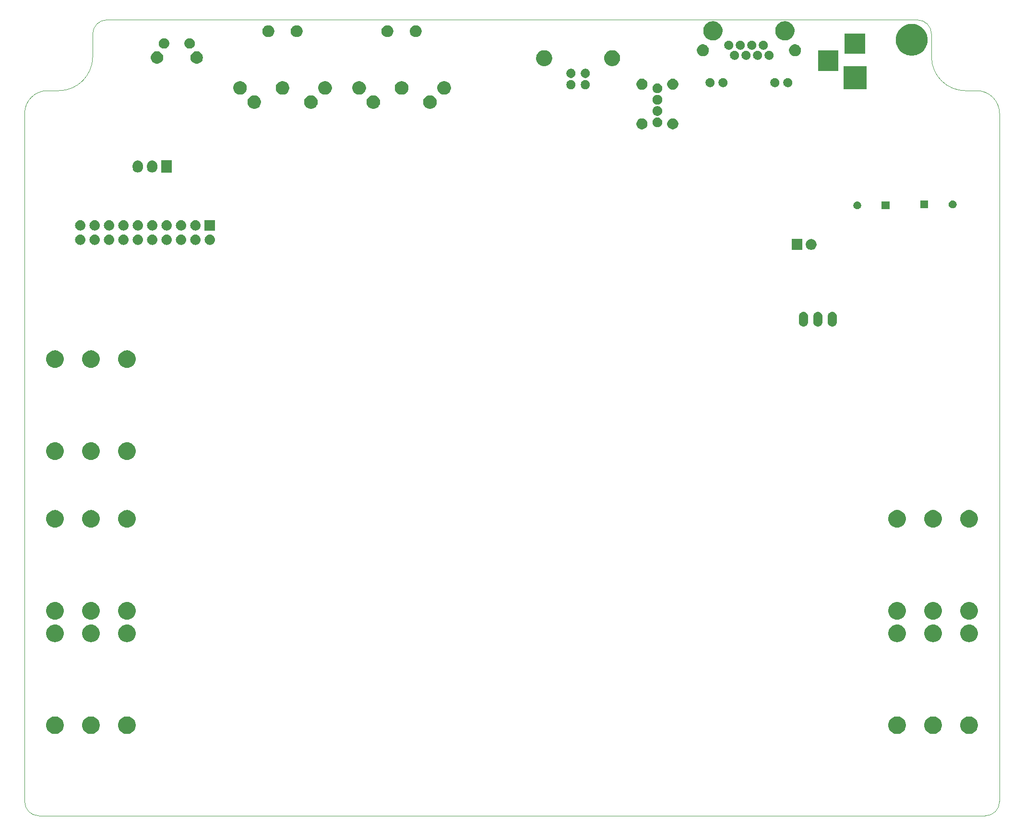
<source format=gbs>
G04 #@! TF.GenerationSoftware,KiCad,Pcbnew,5.0.2-bee76a0~70~ubuntu18.04.1*
G04 #@! TF.CreationDate,2019-04-15T14:10:49+02:00*
G04 #@! TF.ProjectId,bottom-board,626f7474-6f6d-42d6-926f-6172642e6b69,rev?*
G04 #@! TF.SameCoordinates,Original*
G04 #@! TF.FileFunction,Soldermask,Bot*
G04 #@! TF.FilePolarity,Negative*
%FSLAX46Y46*%
G04 Gerber Fmt 4.6, Leading zero omitted, Abs format (unit mm)*
G04 Created by KiCad (PCBNEW 5.0.2-bee76a0~70~ubuntu18.04.1) date Mon 15 Apr 2019 02:10:49 PM CEST*
%MOMM*%
%LPD*%
G01*
G04 APERTURE LIST*
%ADD10C,0.100000*%
G04 APERTURE END LIST*
D10*
X228074346Y-32066366D02*
G75*
G02X232074346Y-36066366I0J-4000000D01*
G01*
X226074346Y-32066366D02*
G75*
G02X220074346Y-26066366I0J6000000D01*
G01*
X217574346Y-19566366D02*
G75*
G02X220074346Y-22066366I0J-2500000D01*
G01*
X72074346Y-22066366D02*
G75*
G02X74574346Y-19566366I2500000J0D01*
G01*
X72074346Y-26066366D02*
G75*
G02X66074346Y-32066366I-6000000J0D01*
G01*
X60074346Y-36066366D02*
G75*
G02X64074346Y-32066366I4000000J0D01*
G01*
X62574346Y-160066366D02*
G75*
G02X60074346Y-157566366I0J2500000D01*
G01*
X232074346Y-157566366D02*
G75*
G02X229574346Y-160066366I-2500000J0D01*
G01*
X232074350Y-36066368D02*
X232074350Y-157566368D01*
X226074345Y-32066363D02*
X228074349Y-32066363D01*
X220074348Y-22066365D02*
X220074348Y-26066366D01*
X74574344Y-19566368D02*
X217574343Y-19566368D01*
X72074346Y-26066366D02*
X72074346Y-22066365D01*
X64074345Y-32066363D02*
X66074349Y-32066363D01*
X60074344Y-157566368D02*
X60074344Y-36066368D01*
X229574345Y-160066369D02*
X62574349Y-160066369D01*
G36*
X226972881Y-142550755D02*
X227172518Y-142590465D01*
X227360573Y-142668360D01*
X227454601Y-142707308D01*
X227708471Y-142876938D01*
X227924362Y-143092829D01*
X228093992Y-143346699D01*
X228093992Y-143346700D01*
X228210835Y-143628782D01*
X228270400Y-143928238D01*
X228270400Y-144233562D01*
X228210835Y-144533018D01*
X228132940Y-144721073D01*
X228093992Y-144815101D01*
X227924362Y-145068971D01*
X227708471Y-145284862D01*
X227454601Y-145454492D01*
X227360573Y-145493440D01*
X227172518Y-145571335D01*
X226972881Y-145611045D01*
X226873063Y-145630900D01*
X226567737Y-145630900D01*
X226467919Y-145611045D01*
X226268282Y-145571335D01*
X226080227Y-145493440D01*
X225986199Y-145454492D01*
X225732329Y-145284862D01*
X225516438Y-145068971D01*
X225346808Y-144815101D01*
X225307860Y-144721073D01*
X225229965Y-144533018D01*
X225170400Y-144233562D01*
X225170400Y-143928238D01*
X225229965Y-143628782D01*
X225346808Y-143346700D01*
X225346808Y-143346699D01*
X225516438Y-143092829D01*
X225732329Y-142876938D01*
X225986199Y-142707308D01*
X226080227Y-142668360D01*
X226268282Y-142590465D01*
X226467919Y-142550755D01*
X226567737Y-142530900D01*
X226873063Y-142530900D01*
X226972881Y-142550755D01*
X226972881Y-142550755D01*
G37*
G36*
X220622881Y-142550755D02*
X220822518Y-142590465D01*
X221010573Y-142668360D01*
X221104601Y-142707308D01*
X221358471Y-142876938D01*
X221574362Y-143092829D01*
X221743992Y-143346699D01*
X221743992Y-143346700D01*
X221860835Y-143628782D01*
X221920400Y-143928238D01*
X221920400Y-144233562D01*
X221860835Y-144533018D01*
X221782940Y-144721073D01*
X221743992Y-144815101D01*
X221574362Y-145068971D01*
X221358471Y-145284862D01*
X221104601Y-145454492D01*
X221010573Y-145493440D01*
X220822518Y-145571335D01*
X220622881Y-145611045D01*
X220523063Y-145630900D01*
X220217737Y-145630900D01*
X220117919Y-145611045D01*
X219918282Y-145571335D01*
X219730227Y-145493440D01*
X219636199Y-145454492D01*
X219382329Y-145284862D01*
X219166438Y-145068971D01*
X218996808Y-144815101D01*
X218957860Y-144721073D01*
X218879965Y-144533018D01*
X218820400Y-144233562D01*
X218820400Y-143928238D01*
X218879965Y-143628782D01*
X218996808Y-143346700D01*
X218996808Y-143346699D01*
X219166438Y-143092829D01*
X219382329Y-142876938D01*
X219636199Y-142707308D01*
X219730227Y-142668360D01*
X219918282Y-142590465D01*
X220117919Y-142550755D01*
X220217737Y-142530900D01*
X220523063Y-142530900D01*
X220622881Y-142550755D01*
X220622881Y-142550755D01*
G37*
G36*
X214272881Y-142550755D02*
X214472518Y-142590465D01*
X214660573Y-142668360D01*
X214754601Y-142707308D01*
X215008471Y-142876938D01*
X215224362Y-143092829D01*
X215393992Y-143346699D01*
X215393992Y-143346700D01*
X215510835Y-143628782D01*
X215570400Y-143928238D01*
X215570400Y-144233562D01*
X215510835Y-144533018D01*
X215432940Y-144721073D01*
X215393992Y-144815101D01*
X215224362Y-145068971D01*
X215008471Y-145284862D01*
X214754601Y-145454492D01*
X214660573Y-145493440D01*
X214472518Y-145571335D01*
X214272881Y-145611045D01*
X214173063Y-145630900D01*
X213867737Y-145630900D01*
X213767919Y-145611045D01*
X213568282Y-145571335D01*
X213380227Y-145493440D01*
X213286199Y-145454492D01*
X213032329Y-145284862D01*
X212816438Y-145068971D01*
X212646808Y-144815101D01*
X212607860Y-144721073D01*
X212529965Y-144533018D01*
X212470400Y-144233562D01*
X212470400Y-143928238D01*
X212529965Y-143628782D01*
X212646808Y-143346700D01*
X212646808Y-143346699D01*
X212816438Y-143092829D01*
X213032329Y-142876938D01*
X213286199Y-142707308D01*
X213380227Y-142668360D01*
X213568282Y-142590465D01*
X213767919Y-142550755D01*
X213867737Y-142530900D01*
X214173063Y-142530900D01*
X214272881Y-142550755D01*
X214272881Y-142550755D01*
G37*
G36*
X65677801Y-142548815D02*
X65877438Y-142588525D01*
X66065493Y-142666420D01*
X66159521Y-142705368D01*
X66413391Y-142874998D01*
X66629282Y-143090889D01*
X66798912Y-143344759D01*
X66799716Y-143346700D01*
X66915755Y-143626842D01*
X66975320Y-143926298D01*
X66975320Y-144231622D01*
X66915755Y-144531078D01*
X66914951Y-144533018D01*
X66798912Y-144813161D01*
X66629282Y-145067031D01*
X66413391Y-145282922D01*
X66159521Y-145452552D01*
X66065493Y-145491500D01*
X65877438Y-145569395D01*
X65677801Y-145609105D01*
X65577983Y-145628960D01*
X65272657Y-145628960D01*
X65172839Y-145609105D01*
X64973202Y-145569395D01*
X64785147Y-145491500D01*
X64691119Y-145452552D01*
X64437249Y-145282922D01*
X64221358Y-145067031D01*
X64051728Y-144813161D01*
X63935689Y-144533018D01*
X63934885Y-144531078D01*
X63875320Y-144231622D01*
X63875320Y-143926298D01*
X63934885Y-143626842D01*
X64050924Y-143346700D01*
X64051728Y-143344759D01*
X64221358Y-143090889D01*
X64437249Y-142874998D01*
X64691119Y-142705368D01*
X64785147Y-142666420D01*
X64973202Y-142588525D01*
X65172839Y-142548815D01*
X65272657Y-142528960D01*
X65577983Y-142528960D01*
X65677801Y-142548815D01*
X65677801Y-142548815D01*
G37*
G36*
X72027801Y-142548815D02*
X72227438Y-142588525D01*
X72415493Y-142666420D01*
X72509521Y-142705368D01*
X72763391Y-142874998D01*
X72979282Y-143090889D01*
X73148912Y-143344759D01*
X73149716Y-143346700D01*
X73265755Y-143626842D01*
X73325320Y-143926298D01*
X73325320Y-144231622D01*
X73265755Y-144531078D01*
X73264951Y-144533018D01*
X73148912Y-144813161D01*
X72979282Y-145067031D01*
X72763391Y-145282922D01*
X72509521Y-145452552D01*
X72415493Y-145491500D01*
X72227438Y-145569395D01*
X72027801Y-145609105D01*
X71927983Y-145628960D01*
X71622657Y-145628960D01*
X71522839Y-145609105D01*
X71323202Y-145569395D01*
X71135147Y-145491500D01*
X71041119Y-145452552D01*
X70787249Y-145282922D01*
X70571358Y-145067031D01*
X70401728Y-144813161D01*
X70285689Y-144533018D01*
X70284885Y-144531078D01*
X70225320Y-144231622D01*
X70225320Y-143926298D01*
X70284885Y-143626842D01*
X70400924Y-143346700D01*
X70401728Y-143344759D01*
X70571358Y-143090889D01*
X70787249Y-142874998D01*
X71041119Y-142705368D01*
X71135147Y-142666420D01*
X71323202Y-142588525D01*
X71522839Y-142548815D01*
X71622657Y-142528960D01*
X71927983Y-142528960D01*
X72027801Y-142548815D01*
X72027801Y-142548815D01*
G37*
G36*
X78377801Y-142548815D02*
X78577438Y-142588525D01*
X78765493Y-142666420D01*
X78859521Y-142705368D01*
X79113391Y-142874998D01*
X79329282Y-143090889D01*
X79498912Y-143344759D01*
X79499716Y-143346700D01*
X79615755Y-143626842D01*
X79675320Y-143926298D01*
X79675320Y-144231622D01*
X79615755Y-144531078D01*
X79614951Y-144533018D01*
X79498912Y-144813161D01*
X79329282Y-145067031D01*
X79113391Y-145282922D01*
X78859521Y-145452552D01*
X78765493Y-145491500D01*
X78577438Y-145569395D01*
X78377801Y-145609105D01*
X78277983Y-145628960D01*
X77972657Y-145628960D01*
X77872839Y-145609105D01*
X77673202Y-145569395D01*
X77485147Y-145491500D01*
X77391119Y-145452552D01*
X77137249Y-145282922D01*
X76921358Y-145067031D01*
X76751728Y-144813161D01*
X76635689Y-144533018D01*
X76634885Y-144531078D01*
X76575320Y-144231622D01*
X76575320Y-143926298D01*
X76634885Y-143626842D01*
X76750924Y-143346700D01*
X76751728Y-143344759D01*
X76921358Y-143090889D01*
X77137249Y-142874998D01*
X77391119Y-142705368D01*
X77485147Y-142666420D01*
X77673202Y-142588525D01*
X77872839Y-142548815D01*
X77972657Y-142528960D01*
X78277983Y-142528960D01*
X78377801Y-142548815D01*
X78377801Y-142548815D01*
G37*
G36*
X226972881Y-126320755D02*
X227172518Y-126360465D01*
X227360573Y-126438360D01*
X227454601Y-126477308D01*
X227708471Y-126646938D01*
X227924362Y-126862829D01*
X228093992Y-127116699D01*
X228093992Y-127116700D01*
X228210835Y-127398782D01*
X228270400Y-127698238D01*
X228270400Y-128003562D01*
X228210835Y-128303018D01*
X228132940Y-128491073D01*
X228093992Y-128585101D01*
X227924362Y-128838971D01*
X227708471Y-129054862D01*
X227454601Y-129224492D01*
X227360573Y-129263440D01*
X227172518Y-129341335D01*
X226972881Y-129381045D01*
X226873063Y-129400900D01*
X226567737Y-129400900D01*
X226467919Y-129381045D01*
X226268282Y-129341335D01*
X226080227Y-129263440D01*
X225986199Y-129224492D01*
X225732329Y-129054862D01*
X225516438Y-128838971D01*
X225346808Y-128585101D01*
X225307860Y-128491073D01*
X225229965Y-128303018D01*
X225170400Y-128003562D01*
X225170400Y-127698238D01*
X225229965Y-127398782D01*
X225346808Y-127116700D01*
X225346808Y-127116699D01*
X225516438Y-126862829D01*
X225732329Y-126646938D01*
X225986199Y-126477308D01*
X226080227Y-126438360D01*
X226268282Y-126360465D01*
X226467919Y-126320755D01*
X226567737Y-126300900D01*
X226873063Y-126300900D01*
X226972881Y-126320755D01*
X226972881Y-126320755D01*
G37*
G36*
X214272881Y-126320755D02*
X214472518Y-126360465D01*
X214660573Y-126438360D01*
X214754601Y-126477308D01*
X215008471Y-126646938D01*
X215224362Y-126862829D01*
X215393992Y-127116699D01*
X215393992Y-127116700D01*
X215510835Y-127398782D01*
X215570400Y-127698238D01*
X215570400Y-128003562D01*
X215510835Y-128303018D01*
X215432940Y-128491073D01*
X215393992Y-128585101D01*
X215224362Y-128838971D01*
X215008471Y-129054862D01*
X214754601Y-129224492D01*
X214660573Y-129263440D01*
X214472518Y-129341335D01*
X214272881Y-129381045D01*
X214173063Y-129400900D01*
X213867737Y-129400900D01*
X213767919Y-129381045D01*
X213568282Y-129341335D01*
X213380227Y-129263440D01*
X213286199Y-129224492D01*
X213032329Y-129054862D01*
X212816438Y-128838971D01*
X212646808Y-128585101D01*
X212607860Y-128491073D01*
X212529965Y-128303018D01*
X212470400Y-128003562D01*
X212470400Y-127698238D01*
X212529965Y-127398782D01*
X212646808Y-127116700D01*
X212646808Y-127116699D01*
X212816438Y-126862829D01*
X213032329Y-126646938D01*
X213286199Y-126477308D01*
X213380227Y-126438360D01*
X213568282Y-126360465D01*
X213767919Y-126320755D01*
X213867737Y-126300900D01*
X214173063Y-126300900D01*
X214272881Y-126320755D01*
X214272881Y-126320755D01*
G37*
G36*
X220622881Y-126320755D02*
X220822518Y-126360465D01*
X221010573Y-126438360D01*
X221104601Y-126477308D01*
X221358471Y-126646938D01*
X221574362Y-126862829D01*
X221743992Y-127116699D01*
X221743992Y-127116700D01*
X221860835Y-127398782D01*
X221920400Y-127698238D01*
X221920400Y-128003562D01*
X221860835Y-128303018D01*
X221782940Y-128491073D01*
X221743992Y-128585101D01*
X221574362Y-128838971D01*
X221358471Y-129054862D01*
X221104601Y-129224492D01*
X221010573Y-129263440D01*
X220822518Y-129341335D01*
X220622881Y-129381045D01*
X220523063Y-129400900D01*
X220217737Y-129400900D01*
X220117919Y-129381045D01*
X219918282Y-129341335D01*
X219730227Y-129263440D01*
X219636199Y-129224492D01*
X219382329Y-129054862D01*
X219166438Y-128838971D01*
X218996808Y-128585101D01*
X218957860Y-128491073D01*
X218879965Y-128303018D01*
X218820400Y-128003562D01*
X218820400Y-127698238D01*
X218879965Y-127398782D01*
X218996808Y-127116700D01*
X218996808Y-127116699D01*
X219166438Y-126862829D01*
X219382329Y-126646938D01*
X219636199Y-126477308D01*
X219730227Y-126438360D01*
X219918282Y-126360465D01*
X220117919Y-126320755D01*
X220217737Y-126300900D01*
X220523063Y-126300900D01*
X220622881Y-126320755D01*
X220622881Y-126320755D01*
G37*
G36*
X78377801Y-126318815D02*
X78577438Y-126358525D01*
X78765493Y-126436420D01*
X78859521Y-126475368D01*
X79113391Y-126644998D01*
X79329282Y-126860889D01*
X79498912Y-127114759D01*
X79499716Y-127116700D01*
X79615755Y-127396842D01*
X79675320Y-127696298D01*
X79675320Y-128001622D01*
X79615755Y-128301078D01*
X79614951Y-128303018D01*
X79498912Y-128583161D01*
X79329282Y-128837031D01*
X79113391Y-129052922D01*
X78859521Y-129222552D01*
X78765493Y-129261500D01*
X78577438Y-129339395D01*
X78377801Y-129379105D01*
X78277983Y-129398960D01*
X77972657Y-129398960D01*
X77872839Y-129379105D01*
X77673202Y-129339395D01*
X77485147Y-129261500D01*
X77391119Y-129222552D01*
X77137249Y-129052922D01*
X76921358Y-128837031D01*
X76751728Y-128583161D01*
X76635689Y-128303018D01*
X76634885Y-128301078D01*
X76575320Y-128001622D01*
X76575320Y-127696298D01*
X76634885Y-127396842D01*
X76750924Y-127116700D01*
X76751728Y-127114759D01*
X76921358Y-126860889D01*
X77137249Y-126644998D01*
X77391119Y-126475368D01*
X77485147Y-126436420D01*
X77673202Y-126358525D01*
X77872839Y-126318815D01*
X77972657Y-126298960D01*
X78277983Y-126298960D01*
X78377801Y-126318815D01*
X78377801Y-126318815D01*
G37*
G36*
X65677801Y-126318815D02*
X65877438Y-126358525D01*
X66065493Y-126436420D01*
X66159521Y-126475368D01*
X66413391Y-126644998D01*
X66629282Y-126860889D01*
X66798912Y-127114759D01*
X66799716Y-127116700D01*
X66915755Y-127396842D01*
X66975320Y-127696298D01*
X66975320Y-128001622D01*
X66915755Y-128301078D01*
X66914951Y-128303018D01*
X66798912Y-128583161D01*
X66629282Y-128837031D01*
X66413391Y-129052922D01*
X66159521Y-129222552D01*
X66065493Y-129261500D01*
X65877438Y-129339395D01*
X65677801Y-129379105D01*
X65577983Y-129398960D01*
X65272657Y-129398960D01*
X65172839Y-129379105D01*
X64973202Y-129339395D01*
X64785147Y-129261500D01*
X64691119Y-129222552D01*
X64437249Y-129052922D01*
X64221358Y-128837031D01*
X64051728Y-128583161D01*
X63935689Y-128303018D01*
X63934885Y-128301078D01*
X63875320Y-128001622D01*
X63875320Y-127696298D01*
X63934885Y-127396842D01*
X64050924Y-127116700D01*
X64051728Y-127114759D01*
X64221358Y-126860889D01*
X64437249Y-126644998D01*
X64691119Y-126475368D01*
X64785147Y-126436420D01*
X64973202Y-126358525D01*
X65172839Y-126318815D01*
X65272657Y-126298960D01*
X65577983Y-126298960D01*
X65677801Y-126318815D01*
X65677801Y-126318815D01*
G37*
G36*
X72027801Y-126318815D02*
X72227438Y-126358525D01*
X72415493Y-126436420D01*
X72509521Y-126475368D01*
X72763391Y-126644998D01*
X72979282Y-126860889D01*
X73148912Y-127114759D01*
X73149716Y-127116700D01*
X73265755Y-127396842D01*
X73325320Y-127696298D01*
X73325320Y-128001622D01*
X73265755Y-128301078D01*
X73264951Y-128303018D01*
X73148912Y-128583161D01*
X72979282Y-128837031D01*
X72763391Y-129052922D01*
X72509521Y-129222552D01*
X72415493Y-129261500D01*
X72227438Y-129339395D01*
X72027801Y-129379105D01*
X71927983Y-129398960D01*
X71622657Y-129398960D01*
X71522839Y-129379105D01*
X71323202Y-129339395D01*
X71135147Y-129261500D01*
X71041119Y-129222552D01*
X70787249Y-129052922D01*
X70571358Y-128837031D01*
X70401728Y-128583161D01*
X70285689Y-128303018D01*
X70284885Y-128301078D01*
X70225320Y-128001622D01*
X70225320Y-127696298D01*
X70284885Y-127396842D01*
X70400924Y-127116700D01*
X70401728Y-127114759D01*
X70571358Y-126860889D01*
X70787249Y-126644998D01*
X71041119Y-126475368D01*
X71135147Y-126436420D01*
X71323202Y-126358525D01*
X71522839Y-126318815D01*
X71622657Y-126298960D01*
X71927983Y-126298960D01*
X72027801Y-126318815D01*
X72027801Y-126318815D01*
G37*
G36*
X78377801Y-122350735D02*
X78577438Y-122390445D01*
X78765493Y-122468340D01*
X78859521Y-122507288D01*
X79113391Y-122676918D01*
X79329282Y-122892809D01*
X79498912Y-123146679D01*
X79498912Y-123146680D01*
X79615755Y-123428762D01*
X79675320Y-123728218D01*
X79675320Y-124033542D01*
X79615755Y-124332998D01*
X79537860Y-124521053D01*
X79498912Y-124615081D01*
X79329282Y-124868951D01*
X79113391Y-125084842D01*
X78859521Y-125254472D01*
X78765493Y-125293420D01*
X78577438Y-125371315D01*
X78377801Y-125411025D01*
X78277983Y-125430880D01*
X77972657Y-125430880D01*
X77872839Y-125411025D01*
X77673202Y-125371315D01*
X77485147Y-125293420D01*
X77391119Y-125254472D01*
X77137249Y-125084842D01*
X76921358Y-124868951D01*
X76751728Y-124615081D01*
X76712780Y-124521053D01*
X76634885Y-124332998D01*
X76575320Y-124033542D01*
X76575320Y-123728218D01*
X76634885Y-123428762D01*
X76751728Y-123146680D01*
X76751728Y-123146679D01*
X76921358Y-122892809D01*
X77137249Y-122676918D01*
X77391119Y-122507288D01*
X77485147Y-122468340D01*
X77673202Y-122390445D01*
X77872839Y-122350735D01*
X77972657Y-122330880D01*
X78277983Y-122330880D01*
X78377801Y-122350735D01*
X78377801Y-122350735D01*
G37*
G36*
X72027801Y-122350735D02*
X72227438Y-122390445D01*
X72415493Y-122468340D01*
X72509521Y-122507288D01*
X72763391Y-122676918D01*
X72979282Y-122892809D01*
X73148912Y-123146679D01*
X73148912Y-123146680D01*
X73265755Y-123428762D01*
X73325320Y-123728218D01*
X73325320Y-124033542D01*
X73265755Y-124332998D01*
X73187860Y-124521053D01*
X73148912Y-124615081D01*
X72979282Y-124868951D01*
X72763391Y-125084842D01*
X72509521Y-125254472D01*
X72415493Y-125293420D01*
X72227438Y-125371315D01*
X72027801Y-125411025D01*
X71927983Y-125430880D01*
X71622657Y-125430880D01*
X71522839Y-125411025D01*
X71323202Y-125371315D01*
X71135147Y-125293420D01*
X71041119Y-125254472D01*
X70787249Y-125084842D01*
X70571358Y-124868951D01*
X70401728Y-124615081D01*
X70362780Y-124521053D01*
X70284885Y-124332998D01*
X70225320Y-124033542D01*
X70225320Y-123728218D01*
X70284885Y-123428762D01*
X70401728Y-123146680D01*
X70401728Y-123146679D01*
X70571358Y-122892809D01*
X70787249Y-122676918D01*
X71041119Y-122507288D01*
X71135147Y-122468340D01*
X71323202Y-122390445D01*
X71522839Y-122350735D01*
X71622657Y-122330880D01*
X71927983Y-122330880D01*
X72027801Y-122350735D01*
X72027801Y-122350735D01*
G37*
G36*
X65677801Y-122350735D02*
X65877438Y-122390445D01*
X66065493Y-122468340D01*
X66159521Y-122507288D01*
X66413391Y-122676918D01*
X66629282Y-122892809D01*
X66798912Y-123146679D01*
X66798912Y-123146680D01*
X66915755Y-123428762D01*
X66975320Y-123728218D01*
X66975320Y-124033542D01*
X66915755Y-124332998D01*
X66837860Y-124521053D01*
X66798912Y-124615081D01*
X66629282Y-124868951D01*
X66413391Y-125084842D01*
X66159521Y-125254472D01*
X66065493Y-125293420D01*
X65877438Y-125371315D01*
X65677801Y-125411025D01*
X65577983Y-125430880D01*
X65272657Y-125430880D01*
X65172839Y-125411025D01*
X64973202Y-125371315D01*
X64785147Y-125293420D01*
X64691119Y-125254472D01*
X64437249Y-125084842D01*
X64221358Y-124868951D01*
X64051728Y-124615081D01*
X64012780Y-124521053D01*
X63934885Y-124332998D01*
X63875320Y-124033542D01*
X63875320Y-123728218D01*
X63934885Y-123428762D01*
X64051728Y-123146680D01*
X64051728Y-123146679D01*
X64221358Y-122892809D01*
X64437249Y-122676918D01*
X64691119Y-122507288D01*
X64785147Y-122468340D01*
X64973202Y-122390445D01*
X65172839Y-122350735D01*
X65272657Y-122330880D01*
X65577983Y-122330880D01*
X65677801Y-122350735D01*
X65677801Y-122350735D01*
G37*
G36*
X220551618Y-122330880D02*
X220822518Y-122384765D01*
X221010573Y-122462660D01*
X221104601Y-122501608D01*
X221358471Y-122671238D01*
X221574362Y-122887129D01*
X221743992Y-123140999D01*
X221746345Y-123146680D01*
X221860835Y-123423082D01*
X221920400Y-123722538D01*
X221920400Y-124027862D01*
X221860835Y-124327318D01*
X221782940Y-124515373D01*
X221743992Y-124609401D01*
X221574362Y-124863271D01*
X221358471Y-125079162D01*
X221104601Y-125248792D01*
X221010573Y-125287740D01*
X220822518Y-125365635D01*
X220622881Y-125405345D01*
X220523063Y-125425200D01*
X220217737Y-125425200D01*
X220117919Y-125405345D01*
X219918282Y-125365635D01*
X219730227Y-125287740D01*
X219636199Y-125248792D01*
X219382329Y-125079162D01*
X219166438Y-124863271D01*
X218996808Y-124609401D01*
X218957860Y-124515373D01*
X218879965Y-124327318D01*
X218820400Y-124027862D01*
X218820400Y-123722538D01*
X218879965Y-123423082D01*
X218994455Y-123146680D01*
X218996808Y-123140999D01*
X219166438Y-122887129D01*
X219382329Y-122671238D01*
X219636199Y-122501608D01*
X219730227Y-122462660D01*
X219918282Y-122384765D01*
X220189182Y-122330880D01*
X220217737Y-122325200D01*
X220523063Y-122325200D01*
X220551618Y-122330880D01*
X220551618Y-122330880D01*
G37*
G36*
X226901618Y-122330880D02*
X227172518Y-122384765D01*
X227360573Y-122462660D01*
X227454601Y-122501608D01*
X227708471Y-122671238D01*
X227924362Y-122887129D01*
X228093992Y-123140999D01*
X228096345Y-123146680D01*
X228210835Y-123423082D01*
X228270400Y-123722538D01*
X228270400Y-124027862D01*
X228210835Y-124327318D01*
X228132940Y-124515373D01*
X228093992Y-124609401D01*
X227924362Y-124863271D01*
X227708471Y-125079162D01*
X227454601Y-125248792D01*
X227360573Y-125287740D01*
X227172518Y-125365635D01*
X226972881Y-125405345D01*
X226873063Y-125425200D01*
X226567737Y-125425200D01*
X226467919Y-125405345D01*
X226268282Y-125365635D01*
X226080227Y-125287740D01*
X225986199Y-125248792D01*
X225732329Y-125079162D01*
X225516438Y-124863271D01*
X225346808Y-124609401D01*
X225307860Y-124515373D01*
X225229965Y-124327318D01*
X225170400Y-124027862D01*
X225170400Y-123722538D01*
X225229965Y-123423082D01*
X225344455Y-123146680D01*
X225346808Y-123140999D01*
X225516438Y-122887129D01*
X225732329Y-122671238D01*
X225986199Y-122501608D01*
X226080227Y-122462660D01*
X226268282Y-122384765D01*
X226539182Y-122330880D01*
X226567737Y-122325200D01*
X226873063Y-122325200D01*
X226901618Y-122330880D01*
X226901618Y-122330880D01*
G37*
G36*
X214201618Y-122330880D02*
X214472518Y-122384765D01*
X214660573Y-122462660D01*
X214754601Y-122501608D01*
X215008471Y-122671238D01*
X215224362Y-122887129D01*
X215393992Y-123140999D01*
X215396345Y-123146680D01*
X215510835Y-123423082D01*
X215570400Y-123722538D01*
X215570400Y-124027862D01*
X215510835Y-124327318D01*
X215432940Y-124515373D01*
X215393992Y-124609401D01*
X215224362Y-124863271D01*
X215008471Y-125079162D01*
X214754601Y-125248792D01*
X214660573Y-125287740D01*
X214472518Y-125365635D01*
X214272881Y-125405345D01*
X214173063Y-125425200D01*
X213867737Y-125425200D01*
X213767919Y-125405345D01*
X213568282Y-125365635D01*
X213380227Y-125287740D01*
X213286199Y-125248792D01*
X213032329Y-125079162D01*
X212816438Y-124863271D01*
X212646808Y-124609401D01*
X212607860Y-124515373D01*
X212529965Y-124327318D01*
X212470400Y-124027862D01*
X212470400Y-123722538D01*
X212529965Y-123423082D01*
X212644455Y-123146680D01*
X212646808Y-123140999D01*
X212816438Y-122887129D01*
X213032329Y-122671238D01*
X213286199Y-122501608D01*
X213380227Y-122462660D01*
X213568282Y-122384765D01*
X213839182Y-122330880D01*
X213867737Y-122325200D01*
X214173063Y-122325200D01*
X214201618Y-122330880D01*
X214201618Y-122330880D01*
G37*
G36*
X65677801Y-106120735D02*
X65877438Y-106160445D01*
X66065493Y-106238340D01*
X66159521Y-106277288D01*
X66413391Y-106446918D01*
X66629282Y-106662809D01*
X66798912Y-106916679D01*
X66798912Y-106916680D01*
X66915755Y-107198762D01*
X66975320Y-107498218D01*
X66975320Y-107803542D01*
X66915755Y-108102998D01*
X66837860Y-108291053D01*
X66798912Y-108385081D01*
X66629282Y-108638951D01*
X66413391Y-108854842D01*
X66159521Y-109024472D01*
X66065493Y-109063420D01*
X65877438Y-109141315D01*
X65677801Y-109181025D01*
X65577983Y-109200880D01*
X65272657Y-109200880D01*
X65172839Y-109181025D01*
X64973202Y-109141315D01*
X64785147Y-109063420D01*
X64691119Y-109024472D01*
X64437249Y-108854842D01*
X64221358Y-108638951D01*
X64051728Y-108385081D01*
X64012780Y-108291053D01*
X63934885Y-108102998D01*
X63875320Y-107803542D01*
X63875320Y-107498218D01*
X63934885Y-107198762D01*
X64051728Y-106916680D01*
X64051728Y-106916679D01*
X64221358Y-106662809D01*
X64437249Y-106446918D01*
X64691119Y-106277288D01*
X64785147Y-106238340D01*
X64973202Y-106160445D01*
X65172839Y-106120735D01*
X65272657Y-106100880D01*
X65577983Y-106100880D01*
X65677801Y-106120735D01*
X65677801Y-106120735D01*
G37*
G36*
X78377801Y-106120735D02*
X78577438Y-106160445D01*
X78765493Y-106238340D01*
X78859521Y-106277288D01*
X79113391Y-106446918D01*
X79329282Y-106662809D01*
X79498912Y-106916679D01*
X79498912Y-106916680D01*
X79615755Y-107198762D01*
X79675320Y-107498218D01*
X79675320Y-107803542D01*
X79615755Y-108102998D01*
X79537860Y-108291053D01*
X79498912Y-108385081D01*
X79329282Y-108638951D01*
X79113391Y-108854842D01*
X78859521Y-109024472D01*
X78765493Y-109063420D01*
X78577438Y-109141315D01*
X78377801Y-109181025D01*
X78277983Y-109200880D01*
X77972657Y-109200880D01*
X77872839Y-109181025D01*
X77673202Y-109141315D01*
X77485147Y-109063420D01*
X77391119Y-109024472D01*
X77137249Y-108854842D01*
X76921358Y-108638951D01*
X76751728Y-108385081D01*
X76712780Y-108291053D01*
X76634885Y-108102998D01*
X76575320Y-107803542D01*
X76575320Y-107498218D01*
X76634885Y-107198762D01*
X76751728Y-106916680D01*
X76751728Y-106916679D01*
X76921358Y-106662809D01*
X77137249Y-106446918D01*
X77391119Y-106277288D01*
X77485147Y-106238340D01*
X77673202Y-106160445D01*
X77872839Y-106120735D01*
X77972657Y-106100880D01*
X78277983Y-106100880D01*
X78377801Y-106120735D01*
X78377801Y-106120735D01*
G37*
G36*
X72027801Y-106120735D02*
X72227438Y-106160445D01*
X72415493Y-106238340D01*
X72509521Y-106277288D01*
X72763391Y-106446918D01*
X72979282Y-106662809D01*
X73148912Y-106916679D01*
X73148912Y-106916680D01*
X73265755Y-107198762D01*
X73325320Y-107498218D01*
X73325320Y-107803542D01*
X73265755Y-108102998D01*
X73187860Y-108291053D01*
X73148912Y-108385081D01*
X72979282Y-108638951D01*
X72763391Y-108854842D01*
X72509521Y-109024472D01*
X72415493Y-109063420D01*
X72227438Y-109141315D01*
X72027801Y-109181025D01*
X71927983Y-109200880D01*
X71622657Y-109200880D01*
X71522839Y-109181025D01*
X71323202Y-109141315D01*
X71135147Y-109063420D01*
X71041119Y-109024472D01*
X70787249Y-108854842D01*
X70571358Y-108638951D01*
X70401728Y-108385081D01*
X70362780Y-108291053D01*
X70284885Y-108102998D01*
X70225320Y-107803542D01*
X70225320Y-107498218D01*
X70284885Y-107198762D01*
X70401728Y-106916680D01*
X70401728Y-106916679D01*
X70571358Y-106662809D01*
X70787249Y-106446918D01*
X71041119Y-106277288D01*
X71135147Y-106238340D01*
X71323202Y-106160445D01*
X71522839Y-106120735D01*
X71622657Y-106100880D01*
X71927983Y-106100880D01*
X72027801Y-106120735D01*
X72027801Y-106120735D01*
G37*
G36*
X226901618Y-106100880D02*
X227172518Y-106154765D01*
X227360573Y-106232660D01*
X227454601Y-106271608D01*
X227708471Y-106441238D01*
X227924362Y-106657129D01*
X228093992Y-106910999D01*
X228096345Y-106916680D01*
X228210835Y-107193082D01*
X228270400Y-107492538D01*
X228270400Y-107797862D01*
X228210835Y-108097318D01*
X228132940Y-108285373D01*
X228093992Y-108379401D01*
X227924362Y-108633271D01*
X227708471Y-108849162D01*
X227454601Y-109018792D01*
X227360573Y-109057740D01*
X227172518Y-109135635D01*
X226972881Y-109175345D01*
X226873063Y-109195200D01*
X226567737Y-109195200D01*
X226467919Y-109175345D01*
X226268282Y-109135635D01*
X226080227Y-109057740D01*
X225986199Y-109018792D01*
X225732329Y-108849162D01*
X225516438Y-108633271D01*
X225346808Y-108379401D01*
X225307860Y-108285373D01*
X225229965Y-108097318D01*
X225170400Y-107797862D01*
X225170400Y-107492538D01*
X225229965Y-107193082D01*
X225344455Y-106916680D01*
X225346808Y-106910999D01*
X225516438Y-106657129D01*
X225732329Y-106441238D01*
X225986199Y-106271608D01*
X226080227Y-106232660D01*
X226268282Y-106154765D01*
X226539182Y-106100880D01*
X226567737Y-106095200D01*
X226873063Y-106095200D01*
X226901618Y-106100880D01*
X226901618Y-106100880D01*
G37*
G36*
X214201618Y-106100880D02*
X214472518Y-106154765D01*
X214660573Y-106232660D01*
X214754601Y-106271608D01*
X215008471Y-106441238D01*
X215224362Y-106657129D01*
X215393992Y-106910999D01*
X215396345Y-106916680D01*
X215510835Y-107193082D01*
X215570400Y-107492538D01*
X215570400Y-107797862D01*
X215510835Y-108097318D01*
X215432940Y-108285373D01*
X215393992Y-108379401D01*
X215224362Y-108633271D01*
X215008471Y-108849162D01*
X214754601Y-109018792D01*
X214660573Y-109057740D01*
X214472518Y-109135635D01*
X214272881Y-109175345D01*
X214173063Y-109195200D01*
X213867737Y-109195200D01*
X213767919Y-109175345D01*
X213568282Y-109135635D01*
X213380227Y-109057740D01*
X213286199Y-109018792D01*
X213032329Y-108849162D01*
X212816438Y-108633271D01*
X212646808Y-108379401D01*
X212607860Y-108285373D01*
X212529965Y-108097318D01*
X212470400Y-107797862D01*
X212470400Y-107492538D01*
X212529965Y-107193082D01*
X212644455Y-106916680D01*
X212646808Y-106910999D01*
X212816438Y-106657129D01*
X213032329Y-106441238D01*
X213286199Y-106271608D01*
X213380227Y-106232660D01*
X213568282Y-106154765D01*
X213839182Y-106100880D01*
X213867737Y-106095200D01*
X214173063Y-106095200D01*
X214201618Y-106100880D01*
X214201618Y-106100880D01*
G37*
G36*
X220551618Y-106100880D02*
X220822518Y-106154765D01*
X221010573Y-106232660D01*
X221104601Y-106271608D01*
X221358471Y-106441238D01*
X221574362Y-106657129D01*
X221743992Y-106910999D01*
X221746345Y-106916680D01*
X221860835Y-107193082D01*
X221920400Y-107492538D01*
X221920400Y-107797862D01*
X221860835Y-108097318D01*
X221782940Y-108285373D01*
X221743992Y-108379401D01*
X221574362Y-108633271D01*
X221358471Y-108849162D01*
X221104601Y-109018792D01*
X221010573Y-109057740D01*
X220822518Y-109135635D01*
X220622881Y-109175345D01*
X220523063Y-109195200D01*
X220217737Y-109195200D01*
X220117919Y-109175345D01*
X219918282Y-109135635D01*
X219730227Y-109057740D01*
X219636199Y-109018792D01*
X219382329Y-108849162D01*
X219166438Y-108633271D01*
X218996808Y-108379401D01*
X218957860Y-108285373D01*
X218879965Y-108097318D01*
X218820400Y-107797862D01*
X218820400Y-107492538D01*
X218879965Y-107193082D01*
X218994455Y-106916680D01*
X218996808Y-106910999D01*
X219166438Y-106657129D01*
X219382329Y-106441238D01*
X219636199Y-106271608D01*
X219730227Y-106232660D01*
X219918282Y-106154765D01*
X220189182Y-106100880D01*
X220217737Y-106095200D01*
X220523063Y-106095200D01*
X220551618Y-106100880D01*
X220551618Y-106100880D01*
G37*
G36*
X65677801Y-94151655D02*
X65877438Y-94191365D01*
X66065493Y-94269260D01*
X66159521Y-94308208D01*
X66413391Y-94477838D01*
X66629282Y-94693729D01*
X66798912Y-94947599D01*
X66798912Y-94947600D01*
X66915755Y-95229682D01*
X66975320Y-95529138D01*
X66975320Y-95834462D01*
X66915755Y-96133918D01*
X66837860Y-96321973D01*
X66798912Y-96416001D01*
X66629282Y-96669871D01*
X66413391Y-96885762D01*
X66159521Y-97055392D01*
X66065493Y-97094340D01*
X65877438Y-97172235D01*
X65677801Y-97211945D01*
X65577983Y-97231800D01*
X65272657Y-97231800D01*
X65172839Y-97211945D01*
X64973202Y-97172235D01*
X64785147Y-97094340D01*
X64691119Y-97055392D01*
X64437249Y-96885762D01*
X64221358Y-96669871D01*
X64051728Y-96416001D01*
X64012780Y-96321973D01*
X63934885Y-96133918D01*
X63875320Y-95834462D01*
X63875320Y-95529138D01*
X63934885Y-95229682D01*
X64051728Y-94947600D01*
X64051728Y-94947599D01*
X64221358Y-94693729D01*
X64437249Y-94477838D01*
X64691119Y-94308208D01*
X64785147Y-94269260D01*
X64973202Y-94191365D01*
X65172839Y-94151655D01*
X65272657Y-94131800D01*
X65577983Y-94131800D01*
X65677801Y-94151655D01*
X65677801Y-94151655D01*
G37*
G36*
X78377801Y-94151655D02*
X78577438Y-94191365D01*
X78765493Y-94269260D01*
X78859521Y-94308208D01*
X79113391Y-94477838D01*
X79329282Y-94693729D01*
X79498912Y-94947599D01*
X79498912Y-94947600D01*
X79615755Y-95229682D01*
X79675320Y-95529138D01*
X79675320Y-95834462D01*
X79615755Y-96133918D01*
X79537860Y-96321973D01*
X79498912Y-96416001D01*
X79329282Y-96669871D01*
X79113391Y-96885762D01*
X78859521Y-97055392D01*
X78765493Y-97094340D01*
X78577438Y-97172235D01*
X78377801Y-97211945D01*
X78277983Y-97231800D01*
X77972657Y-97231800D01*
X77872839Y-97211945D01*
X77673202Y-97172235D01*
X77485147Y-97094340D01*
X77391119Y-97055392D01*
X77137249Y-96885762D01*
X76921358Y-96669871D01*
X76751728Y-96416001D01*
X76712780Y-96321973D01*
X76634885Y-96133918D01*
X76575320Y-95834462D01*
X76575320Y-95529138D01*
X76634885Y-95229682D01*
X76751728Y-94947600D01*
X76751728Y-94947599D01*
X76921358Y-94693729D01*
X77137249Y-94477838D01*
X77391119Y-94308208D01*
X77485147Y-94269260D01*
X77673202Y-94191365D01*
X77872839Y-94151655D01*
X77972657Y-94131800D01*
X78277983Y-94131800D01*
X78377801Y-94151655D01*
X78377801Y-94151655D01*
G37*
G36*
X72027801Y-94151655D02*
X72227438Y-94191365D01*
X72415493Y-94269260D01*
X72509521Y-94308208D01*
X72763391Y-94477838D01*
X72979282Y-94693729D01*
X73148912Y-94947599D01*
X73148912Y-94947600D01*
X73265755Y-95229682D01*
X73325320Y-95529138D01*
X73325320Y-95834462D01*
X73265755Y-96133918D01*
X73187860Y-96321973D01*
X73148912Y-96416001D01*
X72979282Y-96669871D01*
X72763391Y-96885762D01*
X72509521Y-97055392D01*
X72415493Y-97094340D01*
X72227438Y-97172235D01*
X72027801Y-97211945D01*
X71927983Y-97231800D01*
X71622657Y-97231800D01*
X71522839Y-97211945D01*
X71323202Y-97172235D01*
X71135147Y-97094340D01*
X71041119Y-97055392D01*
X70787249Y-96885762D01*
X70571358Y-96669871D01*
X70401728Y-96416001D01*
X70362780Y-96321973D01*
X70284885Y-96133918D01*
X70225320Y-95834462D01*
X70225320Y-95529138D01*
X70284885Y-95229682D01*
X70401728Y-94947600D01*
X70401728Y-94947599D01*
X70571358Y-94693729D01*
X70787249Y-94477838D01*
X71041119Y-94308208D01*
X71135147Y-94269260D01*
X71323202Y-94191365D01*
X71522839Y-94151655D01*
X71622657Y-94131800D01*
X71927983Y-94131800D01*
X72027801Y-94151655D01*
X72027801Y-94151655D01*
G37*
G36*
X65677801Y-77921655D02*
X65877438Y-77961365D01*
X66065493Y-78039260D01*
X66159521Y-78078208D01*
X66413391Y-78247838D01*
X66629282Y-78463729D01*
X66798912Y-78717599D01*
X66798912Y-78717600D01*
X66915755Y-78999682D01*
X66975320Y-79299138D01*
X66975320Y-79604462D01*
X66915755Y-79903918D01*
X66837860Y-80091973D01*
X66798912Y-80186001D01*
X66629282Y-80439871D01*
X66413391Y-80655762D01*
X66159521Y-80825392D01*
X66065493Y-80864340D01*
X65877438Y-80942235D01*
X65677801Y-80981945D01*
X65577983Y-81001800D01*
X65272657Y-81001800D01*
X65172839Y-80981945D01*
X64973202Y-80942235D01*
X64785147Y-80864340D01*
X64691119Y-80825392D01*
X64437249Y-80655762D01*
X64221358Y-80439871D01*
X64051728Y-80186001D01*
X64012780Y-80091973D01*
X63934885Y-79903918D01*
X63875320Y-79604462D01*
X63875320Y-79299138D01*
X63934885Y-78999682D01*
X64051728Y-78717600D01*
X64051728Y-78717599D01*
X64221358Y-78463729D01*
X64437249Y-78247838D01*
X64691119Y-78078208D01*
X64785147Y-78039260D01*
X64973202Y-77961365D01*
X65172839Y-77921655D01*
X65272657Y-77901800D01*
X65577983Y-77901800D01*
X65677801Y-77921655D01*
X65677801Y-77921655D01*
G37*
G36*
X78377801Y-77921655D02*
X78577438Y-77961365D01*
X78765493Y-78039260D01*
X78859521Y-78078208D01*
X79113391Y-78247838D01*
X79329282Y-78463729D01*
X79498912Y-78717599D01*
X79498912Y-78717600D01*
X79615755Y-78999682D01*
X79675320Y-79299138D01*
X79675320Y-79604462D01*
X79615755Y-79903918D01*
X79537860Y-80091973D01*
X79498912Y-80186001D01*
X79329282Y-80439871D01*
X79113391Y-80655762D01*
X78859521Y-80825392D01*
X78765493Y-80864340D01*
X78577438Y-80942235D01*
X78377801Y-80981945D01*
X78277983Y-81001800D01*
X77972657Y-81001800D01*
X77872839Y-80981945D01*
X77673202Y-80942235D01*
X77485147Y-80864340D01*
X77391119Y-80825392D01*
X77137249Y-80655762D01*
X76921358Y-80439871D01*
X76751728Y-80186001D01*
X76712780Y-80091973D01*
X76634885Y-79903918D01*
X76575320Y-79604462D01*
X76575320Y-79299138D01*
X76634885Y-78999682D01*
X76751728Y-78717600D01*
X76751728Y-78717599D01*
X76921358Y-78463729D01*
X77137249Y-78247838D01*
X77391119Y-78078208D01*
X77485147Y-78039260D01*
X77673202Y-77961365D01*
X77872839Y-77921655D01*
X77972657Y-77901800D01*
X78277983Y-77901800D01*
X78377801Y-77921655D01*
X78377801Y-77921655D01*
G37*
G36*
X72027801Y-77921655D02*
X72227438Y-77961365D01*
X72415493Y-78039260D01*
X72509521Y-78078208D01*
X72763391Y-78247838D01*
X72979282Y-78463729D01*
X73148912Y-78717599D01*
X73148912Y-78717600D01*
X73265755Y-78999682D01*
X73325320Y-79299138D01*
X73325320Y-79604462D01*
X73265755Y-79903918D01*
X73187860Y-80091973D01*
X73148912Y-80186001D01*
X72979282Y-80439871D01*
X72763391Y-80655762D01*
X72509521Y-80825392D01*
X72415493Y-80864340D01*
X72227438Y-80942235D01*
X72027801Y-80981945D01*
X71927983Y-81001800D01*
X71622657Y-81001800D01*
X71522839Y-80981945D01*
X71323202Y-80942235D01*
X71135147Y-80864340D01*
X71041119Y-80825392D01*
X70787249Y-80655762D01*
X70571358Y-80439871D01*
X70401728Y-80186001D01*
X70362780Y-80091973D01*
X70284885Y-79903918D01*
X70225320Y-79604462D01*
X70225320Y-79299138D01*
X70284885Y-78999682D01*
X70401728Y-78717600D01*
X70401728Y-78717599D01*
X70571358Y-78463729D01*
X70787249Y-78247838D01*
X71041119Y-78078208D01*
X71135147Y-78039260D01*
X71323202Y-77961365D01*
X71522839Y-77921655D01*
X71622657Y-77901800D01*
X71927983Y-77901800D01*
X72027801Y-77921655D01*
X72027801Y-77921655D01*
G37*
G36*
X200181939Y-71127304D02*
X200293581Y-71161171D01*
X200332851Y-71173083D01*
X200471925Y-71247419D01*
X200593827Y-71347463D01*
X200693871Y-71469365D01*
X200768207Y-71608439D01*
X200768208Y-71608443D01*
X200813986Y-71759351D01*
X200825570Y-71876966D01*
X200825570Y-72953834D01*
X200813986Y-73071449D01*
X200780119Y-73183091D01*
X200768207Y-73222361D01*
X200693871Y-73361435D01*
X200593827Y-73483337D01*
X200471924Y-73583381D01*
X200332850Y-73657717D01*
X200293580Y-73669629D01*
X200181938Y-73703496D01*
X200025000Y-73718953D01*
X199868061Y-73703496D01*
X199756419Y-73669629D01*
X199717149Y-73657717D01*
X199578075Y-73583381D01*
X199456173Y-73483337D01*
X199356129Y-73361434D01*
X199281793Y-73222360D01*
X199269881Y-73183090D01*
X199236014Y-73071448D01*
X199224430Y-72953833D01*
X199224431Y-71876966D01*
X199236015Y-71759351D01*
X199281793Y-71608443D01*
X199281794Y-71608439D01*
X199356130Y-71469365D01*
X199456174Y-71347463D01*
X199578076Y-71247419D01*
X199717150Y-71173083D01*
X199756420Y-71161171D01*
X199868062Y-71127304D01*
X200025000Y-71111847D01*
X200181939Y-71127304D01*
X200181939Y-71127304D01*
G37*
G36*
X197641939Y-71127304D02*
X197753581Y-71161171D01*
X197792851Y-71173083D01*
X197931925Y-71247419D01*
X198053827Y-71347463D01*
X198153871Y-71469365D01*
X198228207Y-71608439D01*
X198228208Y-71608443D01*
X198273986Y-71759351D01*
X198285570Y-71876966D01*
X198285570Y-72953834D01*
X198273986Y-73071449D01*
X198240119Y-73183091D01*
X198228207Y-73222361D01*
X198153871Y-73361435D01*
X198053827Y-73483337D01*
X197931924Y-73583381D01*
X197792850Y-73657717D01*
X197753580Y-73669629D01*
X197641938Y-73703496D01*
X197485000Y-73718953D01*
X197328061Y-73703496D01*
X197216419Y-73669629D01*
X197177149Y-73657717D01*
X197038075Y-73583381D01*
X196916173Y-73483337D01*
X196816129Y-73361434D01*
X196741793Y-73222360D01*
X196729881Y-73183090D01*
X196696014Y-73071448D01*
X196684430Y-72953833D01*
X196684431Y-71876966D01*
X196696015Y-71759351D01*
X196741793Y-71608443D01*
X196741794Y-71608439D01*
X196816130Y-71469365D01*
X196916174Y-71347463D01*
X197038076Y-71247419D01*
X197177150Y-71173083D01*
X197216420Y-71161171D01*
X197328062Y-71127304D01*
X197485000Y-71111847D01*
X197641939Y-71127304D01*
X197641939Y-71127304D01*
G37*
G36*
X202721939Y-71127304D02*
X202833581Y-71161171D01*
X202872851Y-71173083D01*
X203011925Y-71247419D01*
X203133827Y-71347463D01*
X203233871Y-71469365D01*
X203308207Y-71608439D01*
X203308208Y-71608443D01*
X203353986Y-71759351D01*
X203365570Y-71876966D01*
X203365570Y-72953834D01*
X203353986Y-73071449D01*
X203320119Y-73183091D01*
X203308207Y-73222361D01*
X203233871Y-73361435D01*
X203133827Y-73483337D01*
X203011924Y-73583381D01*
X202872850Y-73657717D01*
X202833580Y-73669629D01*
X202721938Y-73703496D01*
X202565000Y-73718953D01*
X202408061Y-73703496D01*
X202296419Y-73669629D01*
X202257149Y-73657717D01*
X202118075Y-73583381D01*
X201996173Y-73483337D01*
X201896129Y-73361434D01*
X201821793Y-73222360D01*
X201809881Y-73183090D01*
X201776014Y-73071448D01*
X201764430Y-72953833D01*
X201764431Y-71876966D01*
X201776015Y-71759351D01*
X201821793Y-71608443D01*
X201821794Y-71608439D01*
X201896130Y-71469365D01*
X201996174Y-71347463D01*
X202118076Y-71247419D01*
X202257150Y-71173083D01*
X202296420Y-71161171D01*
X202408062Y-71127304D01*
X202565000Y-71111847D01*
X202721939Y-71127304D01*
X202721939Y-71127304D01*
G37*
G36*
X197292000Y-60157400D02*
X195392000Y-60157400D01*
X195392000Y-58257400D01*
X197292000Y-58257400D01*
X197292000Y-60157400D01*
X197292000Y-60157400D01*
G37*
G36*
X198981451Y-58266527D02*
X199119105Y-58293908D01*
X199291994Y-58365521D01*
X199447590Y-58469487D01*
X199579913Y-58601810D01*
X199683879Y-58757406D01*
X199755492Y-58930295D01*
X199792000Y-59113833D01*
X199792000Y-59300967D01*
X199755492Y-59484505D01*
X199683879Y-59657394D01*
X199579913Y-59812990D01*
X199447590Y-59945313D01*
X199291994Y-60049279D01*
X199119105Y-60120892D01*
X198981452Y-60148273D01*
X198935568Y-60157400D01*
X198748432Y-60157400D01*
X198702548Y-60148273D01*
X198564895Y-60120892D01*
X198392006Y-60049279D01*
X198236410Y-59945313D01*
X198104087Y-59812990D01*
X198000121Y-59657394D01*
X197928508Y-59484505D01*
X197892000Y-59300967D01*
X197892000Y-59113833D01*
X197928508Y-58930295D01*
X198000121Y-58757406D01*
X198104087Y-58601810D01*
X198236410Y-58469487D01*
X198392006Y-58365521D01*
X198564895Y-58293908D01*
X198702549Y-58266527D01*
X198748432Y-58257400D01*
X198935568Y-58257400D01*
X198981451Y-58266527D01*
X198981451Y-58266527D01*
G37*
G36*
X69992707Y-57460829D02*
X70059817Y-57467439D01*
X70174626Y-57502266D01*
X70232032Y-57519680D01*
X70316866Y-57565025D01*
X70390745Y-57604514D01*
X70390747Y-57604515D01*
X70390746Y-57604515D01*
X70529858Y-57718682D01*
X70644025Y-57857794D01*
X70728860Y-58016508D01*
X70728860Y-58016509D01*
X70781101Y-58188723D01*
X70798740Y-58367820D01*
X70781101Y-58546917D01*
X70764450Y-58601808D01*
X70728860Y-58719132D01*
X70708402Y-58757406D01*
X70644026Y-58877845D01*
X70529858Y-59016958D01*
X70390745Y-59131126D01*
X70316866Y-59170615D01*
X70232032Y-59215960D01*
X70174626Y-59233374D01*
X70059817Y-59268201D01*
X69992707Y-59274811D01*
X69925600Y-59281420D01*
X69835840Y-59281420D01*
X69768733Y-59274811D01*
X69701623Y-59268201D01*
X69586814Y-59233374D01*
X69529408Y-59215960D01*
X69444574Y-59170615D01*
X69370695Y-59131126D01*
X69231582Y-59016958D01*
X69117414Y-58877845D01*
X69053038Y-58757406D01*
X69032580Y-58719132D01*
X68996990Y-58601808D01*
X68980339Y-58546917D01*
X68962700Y-58367820D01*
X68980339Y-58188723D01*
X69032580Y-58016509D01*
X69032580Y-58016508D01*
X69117415Y-57857794D01*
X69231582Y-57718682D01*
X69370694Y-57604515D01*
X69370693Y-57604515D01*
X69370695Y-57604514D01*
X69444574Y-57565025D01*
X69529408Y-57519680D01*
X69586814Y-57502266D01*
X69701623Y-57467439D01*
X69768733Y-57460829D01*
X69835840Y-57454220D01*
X69925600Y-57454220D01*
X69992707Y-57460829D01*
X69992707Y-57460829D01*
G37*
G36*
X87772707Y-57460829D02*
X87839817Y-57467439D01*
X87954626Y-57502266D01*
X88012032Y-57519680D01*
X88096866Y-57565025D01*
X88170745Y-57604514D01*
X88170747Y-57604515D01*
X88170746Y-57604515D01*
X88309858Y-57718682D01*
X88424025Y-57857794D01*
X88508860Y-58016508D01*
X88508860Y-58016509D01*
X88561101Y-58188723D01*
X88578740Y-58367820D01*
X88561101Y-58546917D01*
X88544450Y-58601808D01*
X88508860Y-58719132D01*
X88488402Y-58757406D01*
X88424026Y-58877845D01*
X88309858Y-59016958D01*
X88170745Y-59131126D01*
X88096866Y-59170615D01*
X88012032Y-59215960D01*
X87954626Y-59233374D01*
X87839817Y-59268201D01*
X87772707Y-59274811D01*
X87705600Y-59281420D01*
X87615840Y-59281420D01*
X87548733Y-59274811D01*
X87481623Y-59268201D01*
X87366814Y-59233374D01*
X87309408Y-59215960D01*
X87224574Y-59170615D01*
X87150695Y-59131126D01*
X87011582Y-59016958D01*
X86897414Y-58877845D01*
X86833038Y-58757406D01*
X86812580Y-58719132D01*
X86776990Y-58601808D01*
X86760339Y-58546917D01*
X86742700Y-58367820D01*
X86760339Y-58188723D01*
X86812580Y-58016509D01*
X86812580Y-58016508D01*
X86897415Y-57857794D01*
X87011582Y-57718682D01*
X87150694Y-57604515D01*
X87150693Y-57604515D01*
X87150695Y-57604514D01*
X87224574Y-57565025D01*
X87309408Y-57519680D01*
X87366814Y-57502266D01*
X87481623Y-57467439D01*
X87548733Y-57460829D01*
X87615840Y-57454220D01*
X87705600Y-57454220D01*
X87772707Y-57460829D01*
X87772707Y-57460829D01*
G37*
G36*
X90312707Y-57460829D02*
X90379817Y-57467439D01*
X90494626Y-57502266D01*
X90552032Y-57519680D01*
X90636866Y-57565025D01*
X90710745Y-57604514D01*
X90710747Y-57604515D01*
X90710746Y-57604515D01*
X90849858Y-57718682D01*
X90964025Y-57857794D01*
X91048860Y-58016508D01*
X91048860Y-58016509D01*
X91101101Y-58188723D01*
X91118740Y-58367820D01*
X91101101Y-58546917D01*
X91084450Y-58601808D01*
X91048860Y-58719132D01*
X91028402Y-58757406D01*
X90964026Y-58877845D01*
X90849858Y-59016958D01*
X90710745Y-59131126D01*
X90636866Y-59170615D01*
X90552032Y-59215960D01*
X90494626Y-59233374D01*
X90379817Y-59268201D01*
X90312707Y-59274811D01*
X90245600Y-59281420D01*
X90155840Y-59281420D01*
X90088733Y-59274811D01*
X90021623Y-59268201D01*
X89906814Y-59233374D01*
X89849408Y-59215960D01*
X89764574Y-59170615D01*
X89690695Y-59131126D01*
X89551582Y-59016958D01*
X89437414Y-58877845D01*
X89373038Y-58757406D01*
X89352580Y-58719132D01*
X89316990Y-58601808D01*
X89300339Y-58546917D01*
X89282700Y-58367820D01*
X89300339Y-58188723D01*
X89352580Y-58016509D01*
X89352580Y-58016508D01*
X89437415Y-57857794D01*
X89551582Y-57718682D01*
X89690694Y-57604515D01*
X89690693Y-57604515D01*
X89690695Y-57604514D01*
X89764574Y-57565025D01*
X89849408Y-57519680D01*
X89906814Y-57502266D01*
X90021623Y-57467439D01*
X90088733Y-57460829D01*
X90155840Y-57454220D01*
X90245600Y-57454220D01*
X90312707Y-57460829D01*
X90312707Y-57460829D01*
G37*
G36*
X92852707Y-57460829D02*
X92919817Y-57467439D01*
X93034626Y-57502266D01*
X93092032Y-57519680D01*
X93176866Y-57565025D01*
X93250745Y-57604514D01*
X93250747Y-57604515D01*
X93250746Y-57604515D01*
X93389858Y-57718682D01*
X93504025Y-57857794D01*
X93588860Y-58016508D01*
X93588860Y-58016509D01*
X93641101Y-58188723D01*
X93658740Y-58367820D01*
X93641101Y-58546917D01*
X93624450Y-58601808D01*
X93588860Y-58719132D01*
X93568402Y-58757406D01*
X93504026Y-58877845D01*
X93389858Y-59016958D01*
X93250745Y-59131126D01*
X93176866Y-59170615D01*
X93092032Y-59215960D01*
X93034626Y-59233374D01*
X92919817Y-59268201D01*
X92852707Y-59274811D01*
X92785600Y-59281420D01*
X92695840Y-59281420D01*
X92628733Y-59274811D01*
X92561623Y-59268201D01*
X92446814Y-59233374D01*
X92389408Y-59215960D01*
X92304574Y-59170615D01*
X92230695Y-59131126D01*
X92091582Y-59016958D01*
X91977414Y-58877845D01*
X91913038Y-58757406D01*
X91892580Y-58719132D01*
X91856990Y-58601808D01*
X91840339Y-58546917D01*
X91822700Y-58367820D01*
X91840339Y-58188723D01*
X91892580Y-58016509D01*
X91892580Y-58016508D01*
X91977415Y-57857794D01*
X92091582Y-57718682D01*
X92230694Y-57604515D01*
X92230693Y-57604515D01*
X92230695Y-57604514D01*
X92304574Y-57565025D01*
X92389408Y-57519680D01*
X92446814Y-57502266D01*
X92561623Y-57467439D01*
X92628733Y-57460829D01*
X92695840Y-57454220D01*
X92785600Y-57454220D01*
X92852707Y-57460829D01*
X92852707Y-57460829D01*
G37*
G36*
X85232707Y-57460829D02*
X85299817Y-57467439D01*
X85414626Y-57502266D01*
X85472032Y-57519680D01*
X85556866Y-57565025D01*
X85630745Y-57604514D01*
X85630747Y-57604515D01*
X85630746Y-57604515D01*
X85769858Y-57718682D01*
X85884025Y-57857794D01*
X85968860Y-58016508D01*
X85968860Y-58016509D01*
X86021101Y-58188723D01*
X86038740Y-58367820D01*
X86021101Y-58546917D01*
X86004450Y-58601808D01*
X85968860Y-58719132D01*
X85948402Y-58757406D01*
X85884026Y-58877845D01*
X85769858Y-59016958D01*
X85630745Y-59131126D01*
X85556866Y-59170615D01*
X85472032Y-59215960D01*
X85414626Y-59233374D01*
X85299817Y-59268201D01*
X85232707Y-59274811D01*
X85165600Y-59281420D01*
X85075840Y-59281420D01*
X85008733Y-59274811D01*
X84941623Y-59268201D01*
X84826814Y-59233374D01*
X84769408Y-59215960D01*
X84684574Y-59170615D01*
X84610695Y-59131126D01*
X84471582Y-59016958D01*
X84357414Y-58877845D01*
X84293038Y-58757406D01*
X84272580Y-58719132D01*
X84236990Y-58601808D01*
X84220339Y-58546917D01*
X84202700Y-58367820D01*
X84220339Y-58188723D01*
X84272580Y-58016509D01*
X84272580Y-58016508D01*
X84357415Y-57857794D01*
X84471582Y-57718682D01*
X84610694Y-57604515D01*
X84610693Y-57604515D01*
X84610695Y-57604514D01*
X84684574Y-57565025D01*
X84769408Y-57519680D01*
X84826814Y-57502266D01*
X84941623Y-57467439D01*
X85008733Y-57460829D01*
X85075840Y-57454220D01*
X85165600Y-57454220D01*
X85232707Y-57460829D01*
X85232707Y-57460829D01*
G37*
G36*
X82692707Y-57460829D02*
X82759817Y-57467439D01*
X82874626Y-57502266D01*
X82932032Y-57519680D01*
X83016866Y-57565025D01*
X83090745Y-57604514D01*
X83090747Y-57604515D01*
X83090746Y-57604515D01*
X83229858Y-57718682D01*
X83344025Y-57857794D01*
X83428860Y-58016508D01*
X83428860Y-58016509D01*
X83481101Y-58188723D01*
X83498740Y-58367820D01*
X83481101Y-58546917D01*
X83464450Y-58601808D01*
X83428860Y-58719132D01*
X83408402Y-58757406D01*
X83344026Y-58877845D01*
X83229858Y-59016958D01*
X83090745Y-59131126D01*
X83016866Y-59170615D01*
X82932032Y-59215960D01*
X82874626Y-59233374D01*
X82759817Y-59268201D01*
X82692707Y-59274811D01*
X82625600Y-59281420D01*
X82535840Y-59281420D01*
X82468733Y-59274811D01*
X82401623Y-59268201D01*
X82286814Y-59233374D01*
X82229408Y-59215960D01*
X82144574Y-59170615D01*
X82070695Y-59131126D01*
X81931582Y-59016958D01*
X81817414Y-58877845D01*
X81753038Y-58757406D01*
X81732580Y-58719132D01*
X81696990Y-58601808D01*
X81680339Y-58546917D01*
X81662700Y-58367820D01*
X81680339Y-58188723D01*
X81732580Y-58016509D01*
X81732580Y-58016508D01*
X81817415Y-57857794D01*
X81931582Y-57718682D01*
X82070694Y-57604515D01*
X82070693Y-57604515D01*
X82070695Y-57604514D01*
X82144574Y-57565025D01*
X82229408Y-57519680D01*
X82286814Y-57502266D01*
X82401623Y-57467439D01*
X82468733Y-57460829D01*
X82535840Y-57454220D01*
X82625600Y-57454220D01*
X82692707Y-57460829D01*
X82692707Y-57460829D01*
G37*
G36*
X80152707Y-57460829D02*
X80219817Y-57467439D01*
X80334626Y-57502266D01*
X80392032Y-57519680D01*
X80476866Y-57565025D01*
X80550745Y-57604514D01*
X80550747Y-57604515D01*
X80550746Y-57604515D01*
X80689858Y-57718682D01*
X80804025Y-57857794D01*
X80888860Y-58016508D01*
X80888860Y-58016509D01*
X80941101Y-58188723D01*
X80958740Y-58367820D01*
X80941101Y-58546917D01*
X80924450Y-58601808D01*
X80888860Y-58719132D01*
X80868402Y-58757406D01*
X80804026Y-58877845D01*
X80689858Y-59016958D01*
X80550745Y-59131126D01*
X80476866Y-59170615D01*
X80392032Y-59215960D01*
X80334626Y-59233374D01*
X80219817Y-59268201D01*
X80152707Y-59274811D01*
X80085600Y-59281420D01*
X79995840Y-59281420D01*
X79928733Y-59274811D01*
X79861623Y-59268201D01*
X79746814Y-59233374D01*
X79689408Y-59215960D01*
X79604574Y-59170615D01*
X79530695Y-59131126D01*
X79391582Y-59016958D01*
X79277414Y-58877845D01*
X79213038Y-58757406D01*
X79192580Y-58719132D01*
X79156990Y-58601808D01*
X79140339Y-58546917D01*
X79122700Y-58367820D01*
X79140339Y-58188723D01*
X79192580Y-58016509D01*
X79192580Y-58016508D01*
X79277415Y-57857794D01*
X79391582Y-57718682D01*
X79530694Y-57604515D01*
X79530693Y-57604515D01*
X79530695Y-57604514D01*
X79604574Y-57565025D01*
X79689408Y-57519680D01*
X79746814Y-57502266D01*
X79861623Y-57467439D01*
X79928733Y-57460829D01*
X79995840Y-57454220D01*
X80085600Y-57454220D01*
X80152707Y-57460829D01*
X80152707Y-57460829D01*
G37*
G36*
X77612707Y-57460829D02*
X77679817Y-57467439D01*
X77794626Y-57502266D01*
X77852032Y-57519680D01*
X77936866Y-57565025D01*
X78010745Y-57604514D01*
X78010747Y-57604515D01*
X78010746Y-57604515D01*
X78149858Y-57718682D01*
X78264025Y-57857794D01*
X78348860Y-58016508D01*
X78348860Y-58016509D01*
X78401101Y-58188723D01*
X78418740Y-58367820D01*
X78401101Y-58546917D01*
X78384450Y-58601808D01*
X78348860Y-58719132D01*
X78328402Y-58757406D01*
X78264026Y-58877845D01*
X78149858Y-59016958D01*
X78010745Y-59131126D01*
X77936866Y-59170615D01*
X77852032Y-59215960D01*
X77794626Y-59233374D01*
X77679817Y-59268201D01*
X77612707Y-59274811D01*
X77545600Y-59281420D01*
X77455840Y-59281420D01*
X77388733Y-59274811D01*
X77321623Y-59268201D01*
X77206814Y-59233374D01*
X77149408Y-59215960D01*
X77064574Y-59170615D01*
X76990695Y-59131126D01*
X76851582Y-59016958D01*
X76737414Y-58877845D01*
X76673038Y-58757406D01*
X76652580Y-58719132D01*
X76616990Y-58601808D01*
X76600339Y-58546917D01*
X76582700Y-58367820D01*
X76600339Y-58188723D01*
X76652580Y-58016509D01*
X76652580Y-58016508D01*
X76737415Y-57857794D01*
X76851582Y-57718682D01*
X76990694Y-57604515D01*
X76990693Y-57604515D01*
X76990695Y-57604514D01*
X77064574Y-57565025D01*
X77149408Y-57519680D01*
X77206814Y-57502266D01*
X77321623Y-57467439D01*
X77388733Y-57460829D01*
X77455840Y-57454220D01*
X77545600Y-57454220D01*
X77612707Y-57460829D01*
X77612707Y-57460829D01*
G37*
G36*
X75072707Y-57460829D02*
X75139817Y-57467439D01*
X75254626Y-57502266D01*
X75312032Y-57519680D01*
X75396866Y-57565025D01*
X75470745Y-57604514D01*
X75470747Y-57604515D01*
X75470746Y-57604515D01*
X75609858Y-57718682D01*
X75724025Y-57857794D01*
X75808860Y-58016508D01*
X75808860Y-58016509D01*
X75861101Y-58188723D01*
X75878740Y-58367820D01*
X75861101Y-58546917D01*
X75844450Y-58601808D01*
X75808860Y-58719132D01*
X75788402Y-58757406D01*
X75724026Y-58877845D01*
X75609858Y-59016958D01*
X75470745Y-59131126D01*
X75396866Y-59170615D01*
X75312032Y-59215960D01*
X75254626Y-59233374D01*
X75139817Y-59268201D01*
X75072707Y-59274811D01*
X75005600Y-59281420D01*
X74915840Y-59281420D01*
X74848733Y-59274811D01*
X74781623Y-59268201D01*
X74666814Y-59233374D01*
X74609408Y-59215960D01*
X74524574Y-59170615D01*
X74450695Y-59131126D01*
X74311582Y-59016958D01*
X74197414Y-58877845D01*
X74133038Y-58757406D01*
X74112580Y-58719132D01*
X74076990Y-58601808D01*
X74060339Y-58546917D01*
X74042700Y-58367820D01*
X74060339Y-58188723D01*
X74112580Y-58016509D01*
X74112580Y-58016508D01*
X74197415Y-57857794D01*
X74311582Y-57718682D01*
X74450694Y-57604515D01*
X74450693Y-57604515D01*
X74450695Y-57604514D01*
X74524574Y-57565025D01*
X74609408Y-57519680D01*
X74666814Y-57502266D01*
X74781623Y-57467439D01*
X74848733Y-57460829D01*
X74915840Y-57454220D01*
X75005600Y-57454220D01*
X75072707Y-57460829D01*
X75072707Y-57460829D01*
G37*
G36*
X72532707Y-57460829D02*
X72599817Y-57467439D01*
X72714626Y-57502266D01*
X72772032Y-57519680D01*
X72856866Y-57565025D01*
X72930745Y-57604514D01*
X72930747Y-57604515D01*
X72930746Y-57604515D01*
X73069858Y-57718682D01*
X73184025Y-57857794D01*
X73268860Y-58016508D01*
X73268860Y-58016509D01*
X73321101Y-58188723D01*
X73338740Y-58367820D01*
X73321101Y-58546917D01*
X73304450Y-58601808D01*
X73268860Y-58719132D01*
X73248402Y-58757406D01*
X73184026Y-58877845D01*
X73069858Y-59016958D01*
X72930745Y-59131126D01*
X72856866Y-59170615D01*
X72772032Y-59215960D01*
X72714626Y-59233374D01*
X72599817Y-59268201D01*
X72532707Y-59274811D01*
X72465600Y-59281420D01*
X72375840Y-59281420D01*
X72308733Y-59274811D01*
X72241623Y-59268201D01*
X72126814Y-59233374D01*
X72069408Y-59215960D01*
X71984574Y-59170615D01*
X71910695Y-59131126D01*
X71771582Y-59016958D01*
X71657414Y-58877845D01*
X71593038Y-58757406D01*
X71572580Y-58719132D01*
X71536990Y-58601808D01*
X71520339Y-58546917D01*
X71502700Y-58367820D01*
X71520339Y-58188723D01*
X71572580Y-58016509D01*
X71572580Y-58016508D01*
X71657415Y-57857794D01*
X71771582Y-57718682D01*
X71910694Y-57604515D01*
X71910693Y-57604515D01*
X71910695Y-57604514D01*
X71984574Y-57565025D01*
X72069408Y-57519680D01*
X72126814Y-57502266D01*
X72241623Y-57467439D01*
X72308733Y-57460829D01*
X72375840Y-57454220D01*
X72465600Y-57454220D01*
X72532707Y-57460829D01*
X72532707Y-57460829D01*
G37*
G36*
X90312707Y-54920829D02*
X90379817Y-54927439D01*
X90494626Y-54962266D01*
X90552032Y-54979680D01*
X90636866Y-55025025D01*
X90710745Y-55064514D01*
X90710747Y-55064515D01*
X90710746Y-55064515D01*
X90849858Y-55178682D01*
X90964025Y-55317794D01*
X91048860Y-55476508D01*
X91048860Y-55476509D01*
X91101101Y-55648723D01*
X91118740Y-55827820D01*
X91101101Y-56006917D01*
X91066274Y-56121726D01*
X91048860Y-56179132D01*
X91003515Y-56263966D01*
X90964026Y-56337845D01*
X90849858Y-56476958D01*
X90710745Y-56591126D01*
X90636866Y-56630615D01*
X90552032Y-56675960D01*
X90494626Y-56693374D01*
X90379817Y-56728201D01*
X90312707Y-56734811D01*
X90245600Y-56741420D01*
X90155840Y-56741420D01*
X90088733Y-56734811D01*
X90021623Y-56728201D01*
X89906814Y-56693374D01*
X89849408Y-56675960D01*
X89764574Y-56630615D01*
X89690695Y-56591126D01*
X89551582Y-56476958D01*
X89437414Y-56337845D01*
X89397925Y-56263966D01*
X89352580Y-56179132D01*
X89335166Y-56121726D01*
X89300339Y-56006917D01*
X89282700Y-55827820D01*
X89300339Y-55648723D01*
X89352580Y-55476509D01*
X89352580Y-55476508D01*
X89437415Y-55317794D01*
X89551582Y-55178682D01*
X89690694Y-55064515D01*
X89690693Y-55064515D01*
X89690695Y-55064514D01*
X89764574Y-55025025D01*
X89849408Y-54979680D01*
X89906814Y-54962266D01*
X90021623Y-54927439D01*
X90088733Y-54920829D01*
X90155840Y-54914220D01*
X90245600Y-54914220D01*
X90312707Y-54920829D01*
X90312707Y-54920829D01*
G37*
G36*
X80152707Y-54920829D02*
X80219817Y-54927439D01*
X80334626Y-54962266D01*
X80392032Y-54979680D01*
X80476866Y-55025025D01*
X80550745Y-55064514D01*
X80550747Y-55064515D01*
X80550746Y-55064515D01*
X80689858Y-55178682D01*
X80804025Y-55317794D01*
X80888860Y-55476508D01*
X80888860Y-55476509D01*
X80941101Y-55648723D01*
X80958740Y-55827820D01*
X80941101Y-56006917D01*
X80906274Y-56121726D01*
X80888860Y-56179132D01*
X80843515Y-56263966D01*
X80804026Y-56337845D01*
X80689858Y-56476958D01*
X80550745Y-56591126D01*
X80476866Y-56630615D01*
X80392032Y-56675960D01*
X80334626Y-56693374D01*
X80219817Y-56728201D01*
X80152707Y-56734811D01*
X80085600Y-56741420D01*
X79995840Y-56741420D01*
X79928733Y-56734811D01*
X79861623Y-56728201D01*
X79746814Y-56693374D01*
X79689408Y-56675960D01*
X79604574Y-56630615D01*
X79530695Y-56591126D01*
X79391582Y-56476958D01*
X79277414Y-56337845D01*
X79237925Y-56263966D01*
X79192580Y-56179132D01*
X79175166Y-56121726D01*
X79140339Y-56006917D01*
X79122700Y-55827820D01*
X79140339Y-55648723D01*
X79192580Y-55476509D01*
X79192580Y-55476508D01*
X79277415Y-55317794D01*
X79391582Y-55178682D01*
X79530694Y-55064515D01*
X79530693Y-55064515D01*
X79530695Y-55064514D01*
X79604574Y-55025025D01*
X79689408Y-54979680D01*
X79746814Y-54962266D01*
X79861623Y-54927439D01*
X79928733Y-54920829D01*
X79995840Y-54914220D01*
X80085600Y-54914220D01*
X80152707Y-54920829D01*
X80152707Y-54920829D01*
G37*
G36*
X77612707Y-54920829D02*
X77679817Y-54927439D01*
X77794626Y-54962266D01*
X77852032Y-54979680D01*
X77936866Y-55025025D01*
X78010745Y-55064514D01*
X78010747Y-55064515D01*
X78010746Y-55064515D01*
X78149858Y-55178682D01*
X78264025Y-55317794D01*
X78348860Y-55476508D01*
X78348860Y-55476509D01*
X78401101Y-55648723D01*
X78418740Y-55827820D01*
X78401101Y-56006917D01*
X78366274Y-56121726D01*
X78348860Y-56179132D01*
X78303515Y-56263966D01*
X78264026Y-56337845D01*
X78149858Y-56476958D01*
X78010745Y-56591126D01*
X77936866Y-56630615D01*
X77852032Y-56675960D01*
X77794626Y-56693374D01*
X77679817Y-56728201D01*
X77612707Y-56734811D01*
X77545600Y-56741420D01*
X77455840Y-56741420D01*
X77388733Y-56734811D01*
X77321623Y-56728201D01*
X77206814Y-56693374D01*
X77149408Y-56675960D01*
X77064574Y-56630615D01*
X76990695Y-56591126D01*
X76851582Y-56476958D01*
X76737414Y-56337845D01*
X76697925Y-56263966D01*
X76652580Y-56179132D01*
X76635166Y-56121726D01*
X76600339Y-56006917D01*
X76582700Y-55827820D01*
X76600339Y-55648723D01*
X76652580Y-55476509D01*
X76652580Y-55476508D01*
X76737415Y-55317794D01*
X76851582Y-55178682D01*
X76990694Y-55064515D01*
X76990693Y-55064515D01*
X76990695Y-55064514D01*
X77064574Y-55025025D01*
X77149408Y-54979680D01*
X77206814Y-54962266D01*
X77321623Y-54927439D01*
X77388733Y-54920829D01*
X77455840Y-54914220D01*
X77545600Y-54914220D01*
X77612707Y-54920829D01*
X77612707Y-54920829D01*
G37*
G36*
X82692707Y-54920829D02*
X82759817Y-54927439D01*
X82874626Y-54962266D01*
X82932032Y-54979680D01*
X83016866Y-55025025D01*
X83090745Y-55064514D01*
X83090747Y-55064515D01*
X83090746Y-55064515D01*
X83229858Y-55178682D01*
X83344025Y-55317794D01*
X83428860Y-55476508D01*
X83428860Y-55476509D01*
X83481101Y-55648723D01*
X83498740Y-55827820D01*
X83481101Y-56006917D01*
X83446274Y-56121726D01*
X83428860Y-56179132D01*
X83383515Y-56263966D01*
X83344026Y-56337845D01*
X83229858Y-56476958D01*
X83090745Y-56591126D01*
X83016866Y-56630615D01*
X82932032Y-56675960D01*
X82874626Y-56693374D01*
X82759817Y-56728201D01*
X82692707Y-56734811D01*
X82625600Y-56741420D01*
X82535840Y-56741420D01*
X82468733Y-56734811D01*
X82401623Y-56728201D01*
X82286814Y-56693374D01*
X82229408Y-56675960D01*
X82144574Y-56630615D01*
X82070695Y-56591126D01*
X81931582Y-56476958D01*
X81817414Y-56337845D01*
X81777925Y-56263966D01*
X81732580Y-56179132D01*
X81715166Y-56121726D01*
X81680339Y-56006917D01*
X81662700Y-55827820D01*
X81680339Y-55648723D01*
X81732580Y-55476509D01*
X81732580Y-55476508D01*
X81817415Y-55317794D01*
X81931582Y-55178682D01*
X82070694Y-55064515D01*
X82070693Y-55064515D01*
X82070695Y-55064514D01*
X82144574Y-55025025D01*
X82229408Y-54979680D01*
X82286814Y-54962266D01*
X82401623Y-54927439D01*
X82468733Y-54920829D01*
X82535840Y-54914220D01*
X82625600Y-54914220D01*
X82692707Y-54920829D01*
X82692707Y-54920829D01*
G37*
G36*
X85232707Y-54920829D02*
X85299817Y-54927439D01*
X85414626Y-54962266D01*
X85472032Y-54979680D01*
X85556866Y-55025025D01*
X85630745Y-55064514D01*
X85630747Y-55064515D01*
X85630746Y-55064515D01*
X85769858Y-55178682D01*
X85884025Y-55317794D01*
X85968860Y-55476508D01*
X85968860Y-55476509D01*
X86021101Y-55648723D01*
X86038740Y-55827820D01*
X86021101Y-56006917D01*
X85986274Y-56121726D01*
X85968860Y-56179132D01*
X85923515Y-56263966D01*
X85884026Y-56337845D01*
X85769858Y-56476958D01*
X85630745Y-56591126D01*
X85556866Y-56630615D01*
X85472032Y-56675960D01*
X85414626Y-56693374D01*
X85299817Y-56728201D01*
X85232707Y-56734811D01*
X85165600Y-56741420D01*
X85075840Y-56741420D01*
X85008733Y-56734811D01*
X84941623Y-56728201D01*
X84826814Y-56693374D01*
X84769408Y-56675960D01*
X84684574Y-56630615D01*
X84610695Y-56591126D01*
X84471582Y-56476958D01*
X84357414Y-56337845D01*
X84317925Y-56263966D01*
X84272580Y-56179132D01*
X84255166Y-56121726D01*
X84220339Y-56006917D01*
X84202700Y-55827820D01*
X84220339Y-55648723D01*
X84272580Y-55476509D01*
X84272580Y-55476508D01*
X84357415Y-55317794D01*
X84471582Y-55178682D01*
X84610694Y-55064515D01*
X84610693Y-55064515D01*
X84610695Y-55064514D01*
X84684574Y-55025025D01*
X84769408Y-54979680D01*
X84826814Y-54962266D01*
X84941623Y-54927439D01*
X85008733Y-54920829D01*
X85075840Y-54914220D01*
X85165600Y-54914220D01*
X85232707Y-54920829D01*
X85232707Y-54920829D01*
G37*
G36*
X75072707Y-54920829D02*
X75139817Y-54927439D01*
X75254626Y-54962266D01*
X75312032Y-54979680D01*
X75396866Y-55025025D01*
X75470745Y-55064514D01*
X75470747Y-55064515D01*
X75470746Y-55064515D01*
X75609858Y-55178682D01*
X75724025Y-55317794D01*
X75808860Y-55476508D01*
X75808860Y-55476509D01*
X75861101Y-55648723D01*
X75878740Y-55827820D01*
X75861101Y-56006917D01*
X75826274Y-56121726D01*
X75808860Y-56179132D01*
X75763515Y-56263966D01*
X75724026Y-56337845D01*
X75609858Y-56476958D01*
X75470745Y-56591126D01*
X75396866Y-56630615D01*
X75312032Y-56675960D01*
X75254626Y-56693374D01*
X75139817Y-56728201D01*
X75072707Y-56734811D01*
X75005600Y-56741420D01*
X74915840Y-56741420D01*
X74848733Y-56734811D01*
X74781623Y-56728201D01*
X74666814Y-56693374D01*
X74609408Y-56675960D01*
X74524574Y-56630615D01*
X74450695Y-56591126D01*
X74311582Y-56476958D01*
X74197414Y-56337845D01*
X74157925Y-56263966D01*
X74112580Y-56179132D01*
X74095166Y-56121726D01*
X74060339Y-56006917D01*
X74042700Y-55827820D01*
X74060339Y-55648723D01*
X74112580Y-55476509D01*
X74112580Y-55476508D01*
X74197415Y-55317794D01*
X74311582Y-55178682D01*
X74450694Y-55064515D01*
X74450693Y-55064515D01*
X74450695Y-55064514D01*
X74524574Y-55025025D01*
X74609408Y-54979680D01*
X74666814Y-54962266D01*
X74781623Y-54927439D01*
X74848733Y-54920829D01*
X74915840Y-54914220D01*
X75005600Y-54914220D01*
X75072707Y-54920829D01*
X75072707Y-54920829D01*
G37*
G36*
X87772707Y-54920829D02*
X87839817Y-54927439D01*
X87954626Y-54962266D01*
X88012032Y-54979680D01*
X88096866Y-55025025D01*
X88170745Y-55064514D01*
X88170747Y-55064515D01*
X88170746Y-55064515D01*
X88309858Y-55178682D01*
X88424025Y-55317794D01*
X88508860Y-55476508D01*
X88508860Y-55476509D01*
X88561101Y-55648723D01*
X88578740Y-55827820D01*
X88561101Y-56006917D01*
X88526274Y-56121726D01*
X88508860Y-56179132D01*
X88463515Y-56263966D01*
X88424026Y-56337845D01*
X88309858Y-56476958D01*
X88170745Y-56591126D01*
X88096866Y-56630615D01*
X88012032Y-56675960D01*
X87954626Y-56693374D01*
X87839817Y-56728201D01*
X87772707Y-56734811D01*
X87705600Y-56741420D01*
X87615840Y-56741420D01*
X87548733Y-56734811D01*
X87481623Y-56728201D01*
X87366814Y-56693374D01*
X87309408Y-56675960D01*
X87224574Y-56630615D01*
X87150695Y-56591126D01*
X87011582Y-56476958D01*
X86897414Y-56337845D01*
X86857925Y-56263966D01*
X86812580Y-56179132D01*
X86795166Y-56121726D01*
X86760339Y-56006917D01*
X86742700Y-55827820D01*
X86760339Y-55648723D01*
X86812580Y-55476509D01*
X86812580Y-55476508D01*
X86897415Y-55317794D01*
X87011582Y-55178682D01*
X87150694Y-55064515D01*
X87150693Y-55064515D01*
X87150695Y-55064514D01*
X87224574Y-55025025D01*
X87309408Y-54979680D01*
X87366814Y-54962266D01*
X87481623Y-54927439D01*
X87548733Y-54920829D01*
X87615840Y-54914220D01*
X87705600Y-54914220D01*
X87772707Y-54920829D01*
X87772707Y-54920829D01*
G37*
G36*
X72532707Y-54920829D02*
X72599817Y-54927439D01*
X72714626Y-54962266D01*
X72772032Y-54979680D01*
X72856866Y-55025025D01*
X72930745Y-55064514D01*
X72930747Y-55064515D01*
X72930746Y-55064515D01*
X73069858Y-55178682D01*
X73184025Y-55317794D01*
X73268860Y-55476508D01*
X73268860Y-55476509D01*
X73321101Y-55648723D01*
X73338740Y-55827820D01*
X73321101Y-56006917D01*
X73286274Y-56121726D01*
X73268860Y-56179132D01*
X73223515Y-56263966D01*
X73184026Y-56337845D01*
X73069858Y-56476958D01*
X72930745Y-56591126D01*
X72856866Y-56630615D01*
X72772032Y-56675960D01*
X72714626Y-56693374D01*
X72599817Y-56728201D01*
X72532707Y-56734811D01*
X72465600Y-56741420D01*
X72375840Y-56741420D01*
X72308733Y-56734811D01*
X72241623Y-56728201D01*
X72126814Y-56693374D01*
X72069408Y-56675960D01*
X71984574Y-56630615D01*
X71910695Y-56591126D01*
X71771582Y-56476958D01*
X71657414Y-56337845D01*
X71617925Y-56263966D01*
X71572580Y-56179132D01*
X71555166Y-56121726D01*
X71520339Y-56006917D01*
X71502700Y-55827820D01*
X71520339Y-55648723D01*
X71572580Y-55476509D01*
X71572580Y-55476508D01*
X71657415Y-55317794D01*
X71771582Y-55178682D01*
X71910694Y-55064515D01*
X71910693Y-55064515D01*
X71910695Y-55064514D01*
X71984574Y-55025025D01*
X72069408Y-54979680D01*
X72126814Y-54962266D01*
X72241623Y-54927439D01*
X72308733Y-54920829D01*
X72375840Y-54914220D01*
X72465600Y-54914220D01*
X72532707Y-54920829D01*
X72532707Y-54920829D01*
G37*
G36*
X69992707Y-54920829D02*
X70059817Y-54927439D01*
X70174626Y-54962266D01*
X70232032Y-54979680D01*
X70316866Y-55025025D01*
X70390745Y-55064514D01*
X70390747Y-55064515D01*
X70390746Y-55064515D01*
X70529858Y-55178682D01*
X70644025Y-55317794D01*
X70728860Y-55476508D01*
X70728860Y-55476509D01*
X70781101Y-55648723D01*
X70798740Y-55827820D01*
X70781101Y-56006917D01*
X70746274Y-56121726D01*
X70728860Y-56179132D01*
X70683515Y-56263966D01*
X70644026Y-56337845D01*
X70529858Y-56476958D01*
X70390745Y-56591126D01*
X70316866Y-56630615D01*
X70232032Y-56675960D01*
X70174626Y-56693374D01*
X70059817Y-56728201D01*
X69992707Y-56734811D01*
X69925600Y-56741420D01*
X69835840Y-56741420D01*
X69768733Y-56734811D01*
X69701623Y-56728201D01*
X69586814Y-56693374D01*
X69529408Y-56675960D01*
X69444574Y-56630615D01*
X69370695Y-56591126D01*
X69231582Y-56476958D01*
X69117414Y-56337845D01*
X69077925Y-56263966D01*
X69032580Y-56179132D01*
X69015166Y-56121726D01*
X68980339Y-56006917D01*
X68962700Y-55827820D01*
X68980339Y-55648723D01*
X69032580Y-55476509D01*
X69032580Y-55476508D01*
X69117415Y-55317794D01*
X69231582Y-55178682D01*
X69370694Y-55064515D01*
X69370693Y-55064515D01*
X69370695Y-55064514D01*
X69444574Y-55025025D01*
X69529408Y-54979680D01*
X69586814Y-54962266D01*
X69701623Y-54927439D01*
X69768733Y-54920829D01*
X69835840Y-54914220D01*
X69925600Y-54914220D01*
X69992707Y-54920829D01*
X69992707Y-54920829D01*
G37*
G36*
X93654320Y-56741420D02*
X91827120Y-56741420D01*
X91827120Y-54914220D01*
X93654320Y-54914220D01*
X93654320Y-56741420D01*
X93654320Y-56741420D01*
G37*
G36*
X212677540Y-53000520D02*
X211277540Y-53000520D01*
X211277540Y-51600520D01*
X212677540Y-51600520D01*
X212677540Y-53000520D01*
X212677540Y-53000520D01*
G37*
G36*
X207181723Y-51627420D02*
X207309114Y-51680188D01*
X207423764Y-51756794D01*
X207521266Y-51854296D01*
X207576084Y-51936338D01*
X207597872Y-51968946D01*
X207650640Y-52096337D01*
X207677540Y-52231575D01*
X207677540Y-52369465D01*
X207650640Y-52504703D01*
X207597872Y-52632094D01*
X207521265Y-52746745D01*
X207423765Y-52844245D01*
X207309114Y-52920852D01*
X207181723Y-52973620D01*
X207046485Y-53000520D01*
X206908595Y-53000520D01*
X206773357Y-52973620D01*
X206645966Y-52920852D01*
X206531315Y-52844245D01*
X206433815Y-52746745D01*
X206357208Y-52632094D01*
X206304440Y-52504703D01*
X206277540Y-52369465D01*
X206277540Y-52231575D01*
X206304440Y-52096337D01*
X206357208Y-51968946D01*
X206378996Y-51936338D01*
X206433814Y-51854296D01*
X206531316Y-51756794D01*
X206645966Y-51680188D01*
X206773357Y-51627420D01*
X206908595Y-51600520D01*
X207046485Y-51600520D01*
X207181723Y-51627420D01*
X207181723Y-51627420D01*
G37*
G36*
X219507540Y-52840520D02*
X218107540Y-52840520D01*
X218107540Y-51440520D01*
X219507540Y-51440520D01*
X219507540Y-52840520D01*
X219507540Y-52840520D01*
G37*
G36*
X224011723Y-51467420D02*
X224139114Y-51520188D01*
X224253765Y-51596795D01*
X224351265Y-51694295D01*
X224427872Y-51808946D01*
X224480640Y-51936337D01*
X224507540Y-52071575D01*
X224507540Y-52209465D01*
X224480640Y-52344703D01*
X224427872Y-52472094D01*
X224406084Y-52504703D01*
X224351265Y-52586745D01*
X224253765Y-52684245D01*
X224139114Y-52760852D01*
X224011723Y-52813620D01*
X223876485Y-52840520D01*
X223738595Y-52840520D01*
X223603357Y-52813620D01*
X223475966Y-52760852D01*
X223361315Y-52684245D01*
X223263815Y-52586745D01*
X223208997Y-52504703D01*
X223187208Y-52472094D01*
X223134440Y-52344703D01*
X223107540Y-52209465D01*
X223107540Y-52071575D01*
X223134440Y-51936337D01*
X223187208Y-51808946D01*
X223263815Y-51694295D01*
X223361315Y-51596795D01*
X223475966Y-51520188D01*
X223603357Y-51467420D01*
X223738595Y-51440520D01*
X223876485Y-51440520D01*
X224011723Y-51467420D01*
X224011723Y-51467420D01*
G37*
G36*
X82754496Y-44387819D02*
X82869305Y-44422646D01*
X82926711Y-44440060D01*
X82984599Y-44471002D01*
X83085424Y-44524894D01*
X83224538Y-44639062D01*
X83338706Y-44778175D01*
X83378195Y-44852054D01*
X83423540Y-44936888D01*
X83440954Y-44994294D01*
X83475781Y-45109103D01*
X83489000Y-45243322D01*
X83489000Y-45637877D01*
X83475781Y-45772096D01*
X83423540Y-45944311D01*
X83338706Y-46103025D01*
X83224538Y-46242138D01*
X83085425Y-46356306D01*
X83011546Y-46395795D01*
X82926712Y-46441140D01*
X82869306Y-46458554D01*
X82754497Y-46493381D01*
X82575400Y-46511020D01*
X82396304Y-46493381D01*
X82281495Y-46458554D01*
X82224089Y-46441140D01*
X82139255Y-46395795D01*
X82065376Y-46356306D01*
X81926263Y-46242138D01*
X81812094Y-46103025D01*
X81755538Y-45997216D01*
X81727260Y-45944312D01*
X81709846Y-45886906D01*
X81675019Y-45772097D01*
X81661800Y-45637878D01*
X81661800Y-45243323D01*
X81675019Y-45109104D01*
X81727260Y-44936890D01*
X81727260Y-44936889D01*
X81758202Y-44879001D01*
X81812094Y-44778176D01*
X81926262Y-44639062D01*
X82065375Y-44524894D01*
X82139254Y-44485405D01*
X82224088Y-44440060D01*
X82281494Y-44422646D01*
X82396303Y-44387819D01*
X82575400Y-44370180D01*
X82754496Y-44387819D01*
X82754496Y-44387819D01*
G37*
G36*
X80214496Y-44387819D02*
X80329305Y-44422646D01*
X80386711Y-44440060D01*
X80444599Y-44471002D01*
X80545424Y-44524894D01*
X80684538Y-44639062D01*
X80798706Y-44778175D01*
X80838195Y-44852054D01*
X80883540Y-44936888D01*
X80900954Y-44994294D01*
X80935781Y-45109103D01*
X80949000Y-45243322D01*
X80949000Y-45637877D01*
X80935781Y-45772096D01*
X80883540Y-45944311D01*
X80798706Y-46103025D01*
X80684538Y-46242138D01*
X80545425Y-46356306D01*
X80471546Y-46395795D01*
X80386712Y-46441140D01*
X80329306Y-46458554D01*
X80214497Y-46493381D01*
X80035400Y-46511020D01*
X79856304Y-46493381D01*
X79741495Y-46458554D01*
X79684089Y-46441140D01*
X79599255Y-46395795D01*
X79525376Y-46356306D01*
X79386263Y-46242138D01*
X79272094Y-46103025D01*
X79215538Y-45997216D01*
X79187260Y-45944312D01*
X79169846Y-45886906D01*
X79135019Y-45772097D01*
X79121800Y-45637878D01*
X79121800Y-45243323D01*
X79135019Y-45109104D01*
X79187260Y-44936890D01*
X79187260Y-44936889D01*
X79218202Y-44879001D01*
X79272094Y-44778176D01*
X79386262Y-44639062D01*
X79525375Y-44524894D01*
X79599254Y-44485405D01*
X79684088Y-44440060D01*
X79741494Y-44422646D01*
X79856303Y-44387819D01*
X80035400Y-44370180D01*
X80214496Y-44387819D01*
X80214496Y-44387819D01*
G37*
G36*
X86029000Y-46506600D02*
X84201800Y-46506600D01*
X84201800Y-44374600D01*
X86029000Y-44374600D01*
X86029000Y-46506600D01*
X86029000Y-46506600D01*
G37*
G36*
X174708397Y-36980868D02*
X174885836Y-37054366D01*
X175045527Y-37161068D01*
X175181332Y-37296873D01*
X175288034Y-37456564D01*
X175361532Y-37634003D01*
X175399000Y-37822371D01*
X175399000Y-38014429D01*
X175361532Y-38202797D01*
X175288034Y-38380236D01*
X175181332Y-38539927D01*
X175045527Y-38675732D01*
X174885836Y-38782434D01*
X174708397Y-38855932D01*
X174520029Y-38893400D01*
X174327971Y-38893400D01*
X174139603Y-38855932D01*
X173962164Y-38782434D01*
X173802473Y-38675732D01*
X173666668Y-38539927D01*
X173559966Y-38380236D01*
X173486468Y-38202797D01*
X173449000Y-38014429D01*
X173449000Y-37822371D01*
X173486468Y-37634003D01*
X173559966Y-37456564D01*
X173666668Y-37296873D01*
X173802473Y-37161068D01*
X173962164Y-37054366D01*
X174139603Y-36980868D01*
X174327971Y-36943400D01*
X174520029Y-36943400D01*
X174708397Y-36980868D01*
X174708397Y-36980868D01*
G37*
G36*
X169268397Y-36980868D02*
X169445836Y-37054366D01*
X169605527Y-37161068D01*
X169741332Y-37296873D01*
X169848034Y-37456564D01*
X169921532Y-37634003D01*
X169959000Y-37822371D01*
X169959000Y-38014429D01*
X169921532Y-38202797D01*
X169848034Y-38380236D01*
X169741332Y-38539927D01*
X169605527Y-38675732D01*
X169445836Y-38782434D01*
X169268397Y-38855932D01*
X169080029Y-38893400D01*
X168887971Y-38893400D01*
X168699603Y-38855932D01*
X168522164Y-38782434D01*
X168362473Y-38675732D01*
X168226668Y-38539927D01*
X168119966Y-38380236D01*
X168046468Y-38202797D01*
X168009000Y-38014429D01*
X168009000Y-37822371D01*
X168046468Y-37634003D01*
X168119966Y-37456564D01*
X168226668Y-37296873D01*
X168362473Y-37161068D01*
X168522164Y-37054366D01*
X168699603Y-36980868D01*
X168887971Y-36943400D01*
X169080029Y-36943400D01*
X169268397Y-36980868D01*
X169268397Y-36980868D01*
G37*
G36*
X171871778Y-36804924D02*
X171954853Y-36821449D01*
X172111363Y-36886278D01*
X172181790Y-36933336D01*
X172252220Y-36980396D01*
X172372004Y-37100180D01*
X172372005Y-37100182D01*
X172466122Y-37241037D01*
X172530951Y-37397547D01*
X172547475Y-37480622D01*
X172564000Y-37563696D01*
X172564000Y-37733104D01*
X172530951Y-37899252D01*
X172466123Y-38055761D01*
X172372004Y-38196620D01*
X172252220Y-38316404D01*
X172181791Y-38363463D01*
X172111363Y-38410522D01*
X171954853Y-38475351D01*
X171871778Y-38491876D01*
X171788704Y-38508400D01*
X171619296Y-38508400D01*
X171536222Y-38491876D01*
X171453147Y-38475351D01*
X171296637Y-38410522D01*
X171226209Y-38363463D01*
X171155780Y-38316404D01*
X171035996Y-38196620D01*
X170941877Y-38055761D01*
X170877049Y-37899252D01*
X170844000Y-37733104D01*
X170844000Y-37563696D01*
X170860525Y-37480622D01*
X170877049Y-37397547D01*
X170941878Y-37241037D01*
X171035995Y-37100182D01*
X171035996Y-37100180D01*
X171155780Y-36980396D01*
X171226210Y-36933336D01*
X171296637Y-36886278D01*
X171453147Y-36821449D01*
X171536222Y-36804924D01*
X171619296Y-36788400D01*
X171788704Y-36788400D01*
X171871778Y-36804924D01*
X171871778Y-36804924D01*
G37*
G36*
X171871778Y-34804924D02*
X171954853Y-34821449D01*
X172111363Y-34886278D01*
X172181790Y-34933336D01*
X172252220Y-34980396D01*
X172372004Y-35100180D01*
X172466123Y-35241039D01*
X172530951Y-35397548D01*
X172564000Y-35563696D01*
X172564000Y-35733104D01*
X172530951Y-35899252D01*
X172466123Y-36055761D01*
X172372004Y-36196620D01*
X172252220Y-36316404D01*
X172181790Y-36363464D01*
X172111363Y-36410522D01*
X171954853Y-36475351D01*
X171871778Y-36491875D01*
X171788704Y-36508400D01*
X171619296Y-36508400D01*
X171536222Y-36491875D01*
X171453147Y-36475351D01*
X171296637Y-36410522D01*
X171226209Y-36363463D01*
X171155780Y-36316404D01*
X171035996Y-36196620D01*
X170941877Y-36055761D01*
X170877049Y-35899252D01*
X170844000Y-35733104D01*
X170844000Y-35563696D01*
X170877049Y-35397548D01*
X170941877Y-35241039D01*
X171035996Y-35100180D01*
X171155780Y-34980396D01*
X171226210Y-34933336D01*
X171296637Y-34886278D01*
X171453147Y-34821449D01*
X171536222Y-34804925D01*
X171619296Y-34788400D01*
X171788704Y-34788400D01*
X171871778Y-34804924D01*
X171871778Y-34804924D01*
G37*
G36*
X121932306Y-32915775D02*
X122150692Y-33006233D01*
X122347238Y-33137561D01*
X122514379Y-33304702D01*
X122645707Y-33501248D01*
X122736165Y-33719634D01*
X122782280Y-33951469D01*
X122782280Y-34187851D01*
X122736165Y-34419686D01*
X122645707Y-34638072D01*
X122514379Y-34834618D01*
X122347238Y-35001759D01*
X122150692Y-35133087D01*
X121932306Y-35223545D01*
X121700471Y-35269660D01*
X121464089Y-35269660D01*
X121232254Y-35223545D01*
X121013868Y-35133087D01*
X120817322Y-35001759D01*
X120650181Y-34834618D01*
X120518853Y-34638072D01*
X120428395Y-34419686D01*
X120382280Y-34187851D01*
X120382280Y-33951469D01*
X120428395Y-33719634D01*
X120518853Y-33501248D01*
X120650181Y-33304702D01*
X120817322Y-33137561D01*
X121013868Y-33006233D01*
X121232254Y-32915775D01*
X121464089Y-32869660D01*
X121700471Y-32869660D01*
X121932306Y-32915775D01*
X121932306Y-32915775D01*
G37*
G36*
X131932306Y-32915775D02*
X132150692Y-33006233D01*
X132347238Y-33137561D01*
X132514379Y-33304702D01*
X132645707Y-33501248D01*
X132736165Y-33719634D01*
X132782280Y-33951469D01*
X132782280Y-34187851D01*
X132736165Y-34419686D01*
X132645707Y-34638072D01*
X132514379Y-34834618D01*
X132347238Y-35001759D01*
X132150692Y-35133087D01*
X131932306Y-35223545D01*
X131700471Y-35269660D01*
X131464089Y-35269660D01*
X131232254Y-35223545D01*
X131013868Y-35133087D01*
X130817322Y-35001759D01*
X130650181Y-34834618D01*
X130518853Y-34638072D01*
X130428395Y-34419686D01*
X130382280Y-34187851D01*
X130382280Y-33951469D01*
X130428395Y-33719634D01*
X130518853Y-33501248D01*
X130650181Y-33304702D01*
X130817322Y-33137561D01*
X131013868Y-33006233D01*
X131232254Y-32915775D01*
X131464089Y-32869660D01*
X131700471Y-32869660D01*
X131932306Y-32915775D01*
X131932306Y-32915775D01*
G37*
G36*
X100928286Y-32915775D02*
X101146672Y-33006233D01*
X101343218Y-33137561D01*
X101510359Y-33304702D01*
X101641687Y-33501248D01*
X101732145Y-33719634D01*
X101778260Y-33951469D01*
X101778260Y-34187851D01*
X101732145Y-34419686D01*
X101641687Y-34638072D01*
X101510359Y-34834618D01*
X101343218Y-35001759D01*
X101146672Y-35133087D01*
X100928286Y-35223545D01*
X100696451Y-35269660D01*
X100460069Y-35269660D01*
X100228234Y-35223545D01*
X100009848Y-35133087D01*
X99813302Y-35001759D01*
X99646161Y-34834618D01*
X99514833Y-34638072D01*
X99424375Y-34419686D01*
X99378260Y-34187851D01*
X99378260Y-33951469D01*
X99424375Y-33719634D01*
X99514833Y-33501248D01*
X99646161Y-33304702D01*
X99813302Y-33137561D01*
X100009848Y-33006233D01*
X100228234Y-32915775D01*
X100460069Y-32869660D01*
X100696451Y-32869660D01*
X100928286Y-32915775D01*
X100928286Y-32915775D01*
G37*
G36*
X110928286Y-32915775D02*
X111146672Y-33006233D01*
X111343218Y-33137561D01*
X111510359Y-33304702D01*
X111641687Y-33501248D01*
X111732145Y-33719634D01*
X111778260Y-33951469D01*
X111778260Y-34187851D01*
X111732145Y-34419686D01*
X111641687Y-34638072D01*
X111510359Y-34834618D01*
X111343218Y-35001759D01*
X111146672Y-35133087D01*
X110928286Y-35223545D01*
X110696451Y-35269660D01*
X110460069Y-35269660D01*
X110228234Y-35223545D01*
X110009848Y-35133087D01*
X109813302Y-35001759D01*
X109646161Y-34834618D01*
X109514833Y-34638072D01*
X109424375Y-34419686D01*
X109378260Y-34187851D01*
X109378260Y-33951469D01*
X109424375Y-33719634D01*
X109514833Y-33501248D01*
X109646161Y-33304702D01*
X109813302Y-33137561D01*
X110009848Y-33006233D01*
X110228234Y-32915775D01*
X110460069Y-32869660D01*
X110696451Y-32869660D01*
X110928286Y-32915775D01*
X110928286Y-32915775D01*
G37*
G36*
X171871778Y-32804925D02*
X171954853Y-32821449D01*
X172111363Y-32886278D01*
X172181791Y-32933337D01*
X172252220Y-32980396D01*
X172372004Y-33100180D01*
X172466123Y-33241039D01*
X172530951Y-33397548D01*
X172564000Y-33563696D01*
X172564000Y-33733104D01*
X172530951Y-33899252D01*
X172466123Y-34055761D01*
X172372004Y-34196620D01*
X172252220Y-34316404D01*
X172181790Y-34363464D01*
X172111363Y-34410522D01*
X172111362Y-34410523D01*
X172111361Y-34410523D01*
X172089237Y-34419687D01*
X171954853Y-34475351D01*
X171871778Y-34491875D01*
X171788704Y-34508400D01*
X171619296Y-34508400D01*
X171536222Y-34491876D01*
X171453147Y-34475351D01*
X171318763Y-34419687D01*
X171296639Y-34410523D01*
X171296638Y-34410523D01*
X171296637Y-34410522D01*
X171226209Y-34363463D01*
X171155780Y-34316404D01*
X171035996Y-34196620D01*
X170941877Y-34055761D01*
X170877049Y-33899252D01*
X170844000Y-33733104D01*
X170844000Y-33563696D01*
X170877049Y-33397548D01*
X170941877Y-33241039D01*
X171035996Y-33100180D01*
X171155780Y-32980396D01*
X171226209Y-32933337D01*
X171296637Y-32886278D01*
X171453147Y-32821449D01*
X171536222Y-32804925D01*
X171619296Y-32788400D01*
X171788704Y-32788400D01*
X171871778Y-32804925D01*
X171871778Y-32804925D01*
G37*
G36*
X119432306Y-30415775D02*
X119650692Y-30506233D01*
X119847238Y-30637561D01*
X120014379Y-30804702D01*
X120145707Y-31001248D01*
X120236165Y-31219634D01*
X120282280Y-31451469D01*
X120282280Y-31687851D01*
X120236165Y-31919686D01*
X120145707Y-32138072D01*
X120014379Y-32334618D01*
X119847238Y-32501759D01*
X119650692Y-32633087D01*
X119432306Y-32723545D01*
X119200471Y-32769660D01*
X118964089Y-32769660D01*
X118732254Y-32723545D01*
X118513868Y-32633087D01*
X118317322Y-32501759D01*
X118150181Y-32334618D01*
X118018853Y-32138072D01*
X117928395Y-31919686D01*
X117882280Y-31687851D01*
X117882280Y-31451469D01*
X117928395Y-31219634D01*
X118018853Y-31001248D01*
X118150181Y-30804702D01*
X118317322Y-30637561D01*
X118513868Y-30506233D01*
X118732254Y-30415775D01*
X118964089Y-30369660D01*
X119200471Y-30369660D01*
X119432306Y-30415775D01*
X119432306Y-30415775D01*
G37*
G36*
X134432306Y-30415775D02*
X134650692Y-30506233D01*
X134847238Y-30637561D01*
X135014379Y-30804702D01*
X135145707Y-31001248D01*
X135236165Y-31219634D01*
X135282280Y-31451469D01*
X135282280Y-31687851D01*
X135236165Y-31919686D01*
X135145707Y-32138072D01*
X135014379Y-32334618D01*
X134847238Y-32501759D01*
X134650692Y-32633087D01*
X134432306Y-32723545D01*
X134200471Y-32769660D01*
X133964089Y-32769660D01*
X133732254Y-32723545D01*
X133513868Y-32633087D01*
X133317322Y-32501759D01*
X133150181Y-32334618D01*
X133018853Y-32138072D01*
X132928395Y-31919686D01*
X132882280Y-31687851D01*
X132882280Y-31451469D01*
X132928395Y-31219634D01*
X133018853Y-31001248D01*
X133150181Y-30804702D01*
X133317322Y-30637561D01*
X133513868Y-30506233D01*
X133732254Y-30415775D01*
X133964089Y-30369660D01*
X134200471Y-30369660D01*
X134432306Y-30415775D01*
X134432306Y-30415775D01*
G37*
G36*
X126932306Y-30415775D02*
X127150692Y-30506233D01*
X127347238Y-30637561D01*
X127514379Y-30804702D01*
X127645707Y-31001248D01*
X127736165Y-31219634D01*
X127782280Y-31451469D01*
X127782280Y-31687851D01*
X127736165Y-31919686D01*
X127645707Y-32138072D01*
X127514379Y-32334618D01*
X127347238Y-32501759D01*
X127150692Y-32633087D01*
X126932306Y-32723545D01*
X126700471Y-32769660D01*
X126464089Y-32769660D01*
X126232254Y-32723545D01*
X126013868Y-32633087D01*
X125817322Y-32501759D01*
X125650181Y-32334618D01*
X125518853Y-32138072D01*
X125428395Y-31919686D01*
X125382280Y-31687851D01*
X125382280Y-31451469D01*
X125428395Y-31219634D01*
X125518853Y-31001248D01*
X125650181Y-30804702D01*
X125817322Y-30637561D01*
X126013868Y-30506233D01*
X126232254Y-30415775D01*
X126464089Y-30369660D01*
X126700471Y-30369660D01*
X126932306Y-30415775D01*
X126932306Y-30415775D01*
G37*
G36*
X105928286Y-30415775D02*
X106146672Y-30506233D01*
X106343218Y-30637561D01*
X106510359Y-30804702D01*
X106641687Y-31001248D01*
X106732145Y-31219634D01*
X106778260Y-31451469D01*
X106778260Y-31687851D01*
X106732145Y-31919686D01*
X106641687Y-32138072D01*
X106510359Y-32334618D01*
X106343218Y-32501759D01*
X106146672Y-32633087D01*
X105928286Y-32723545D01*
X105696451Y-32769660D01*
X105460069Y-32769660D01*
X105228234Y-32723545D01*
X105009848Y-32633087D01*
X104813302Y-32501759D01*
X104646161Y-32334618D01*
X104514833Y-32138072D01*
X104424375Y-31919686D01*
X104378260Y-31687851D01*
X104378260Y-31451469D01*
X104424375Y-31219634D01*
X104514833Y-31001248D01*
X104646161Y-30804702D01*
X104813302Y-30637561D01*
X105009848Y-30506233D01*
X105228234Y-30415775D01*
X105460069Y-30369660D01*
X105696451Y-30369660D01*
X105928286Y-30415775D01*
X105928286Y-30415775D01*
G37*
G36*
X98428286Y-30415775D02*
X98646672Y-30506233D01*
X98843218Y-30637561D01*
X99010359Y-30804702D01*
X99141687Y-31001248D01*
X99232145Y-31219634D01*
X99278260Y-31451469D01*
X99278260Y-31687851D01*
X99232145Y-31919686D01*
X99141687Y-32138072D01*
X99010359Y-32334618D01*
X98843218Y-32501759D01*
X98646672Y-32633087D01*
X98428286Y-32723545D01*
X98196451Y-32769660D01*
X97960069Y-32769660D01*
X97728234Y-32723545D01*
X97509848Y-32633087D01*
X97313302Y-32501759D01*
X97146161Y-32334618D01*
X97014833Y-32138072D01*
X96924375Y-31919686D01*
X96878260Y-31687851D01*
X96878260Y-31451469D01*
X96924375Y-31219634D01*
X97014833Y-31001248D01*
X97146161Y-30804702D01*
X97313302Y-30637561D01*
X97509848Y-30506233D01*
X97728234Y-30415775D01*
X97960069Y-30369660D01*
X98196451Y-30369660D01*
X98428286Y-30415775D01*
X98428286Y-30415775D01*
G37*
G36*
X113428286Y-30415775D02*
X113646672Y-30506233D01*
X113843218Y-30637561D01*
X114010359Y-30804702D01*
X114141687Y-31001248D01*
X114232145Y-31219634D01*
X114278260Y-31451469D01*
X114278260Y-31687851D01*
X114232145Y-31919686D01*
X114141687Y-32138072D01*
X114010359Y-32334618D01*
X113843218Y-32501759D01*
X113646672Y-32633087D01*
X113428286Y-32723545D01*
X113196451Y-32769660D01*
X112960069Y-32769660D01*
X112728234Y-32723545D01*
X112509848Y-32633087D01*
X112313302Y-32501759D01*
X112146161Y-32334618D01*
X112014833Y-32138072D01*
X111924375Y-31919686D01*
X111878260Y-31687851D01*
X111878260Y-31451469D01*
X111924375Y-31219634D01*
X112014833Y-31001248D01*
X112146161Y-30804702D01*
X112313302Y-30637561D01*
X112509848Y-30506233D01*
X112728234Y-30415775D01*
X112960069Y-30369660D01*
X113196451Y-30369660D01*
X113428286Y-30415775D01*
X113428286Y-30415775D01*
G37*
G36*
X171871778Y-30804924D02*
X171954853Y-30821449D01*
X172111363Y-30886278D01*
X172170517Y-30925804D01*
X172252220Y-30980396D01*
X172372004Y-31100180D01*
X172372005Y-31100182D01*
X172466122Y-31241037D01*
X172530951Y-31397547D01*
X172537997Y-31432970D01*
X172564000Y-31563696D01*
X172564000Y-31733104D01*
X172530951Y-31899252D01*
X172466123Y-32055761D01*
X172372004Y-32196620D01*
X172252220Y-32316404D01*
X172224965Y-32334615D01*
X172111363Y-32410522D01*
X171954853Y-32475351D01*
X171871778Y-32491875D01*
X171788704Y-32508400D01*
X171619296Y-32508400D01*
X171536222Y-32491875D01*
X171453147Y-32475351D01*
X171296637Y-32410522D01*
X171183035Y-32334615D01*
X171155780Y-32316404D01*
X171035996Y-32196620D01*
X170941877Y-32055761D01*
X170877049Y-31899252D01*
X170844000Y-31733104D01*
X170844000Y-31563696D01*
X170870003Y-31432970D01*
X170877049Y-31397547D01*
X170941878Y-31241037D01*
X171035995Y-31100182D01*
X171035996Y-31100180D01*
X171155780Y-30980396D01*
X171237483Y-30925804D01*
X171296637Y-30886278D01*
X171453147Y-30821449D01*
X171536222Y-30804924D01*
X171619296Y-30788400D01*
X171788704Y-30788400D01*
X171871778Y-30804924D01*
X171871778Y-30804924D01*
G37*
G36*
X169268397Y-29980868D02*
X169445836Y-30054366D01*
X169605527Y-30161068D01*
X169741332Y-30296873D01*
X169848034Y-30456564D01*
X169921532Y-30634003D01*
X169959000Y-30822371D01*
X169959000Y-31014429D01*
X169921532Y-31202797D01*
X169848034Y-31380236D01*
X169741332Y-31539927D01*
X169605527Y-31675732D01*
X169445836Y-31782434D01*
X169268397Y-31855932D01*
X169080029Y-31893400D01*
X168887971Y-31893400D01*
X168699603Y-31855932D01*
X168522164Y-31782434D01*
X168362473Y-31675732D01*
X168226668Y-31539927D01*
X168119966Y-31380236D01*
X168046468Y-31202797D01*
X168009000Y-31014429D01*
X168009000Y-30822371D01*
X168046468Y-30634003D01*
X168119966Y-30456564D01*
X168226668Y-30296873D01*
X168362473Y-30161068D01*
X168522164Y-30054366D01*
X168699603Y-29980868D01*
X168887971Y-29943400D01*
X169080029Y-29943400D01*
X169268397Y-29980868D01*
X169268397Y-29980868D01*
G37*
G36*
X174708397Y-29980868D02*
X174885836Y-30054366D01*
X175045527Y-30161068D01*
X175181332Y-30296873D01*
X175288034Y-30456564D01*
X175361532Y-30634003D01*
X175399000Y-30822371D01*
X175399000Y-31014429D01*
X175361532Y-31202797D01*
X175288034Y-31380236D01*
X175181332Y-31539927D01*
X175045527Y-31675732D01*
X174885836Y-31782434D01*
X174708397Y-31855932D01*
X174520029Y-31893400D01*
X174327971Y-31893400D01*
X174139603Y-31855932D01*
X173962164Y-31782434D01*
X173802473Y-31675732D01*
X173666668Y-31539927D01*
X173559966Y-31380236D01*
X173486468Y-31202797D01*
X173449000Y-31014429D01*
X173449000Y-30822371D01*
X173486468Y-30634003D01*
X173559966Y-30456564D01*
X173666668Y-30296873D01*
X173802473Y-30161068D01*
X173962164Y-30054366D01*
X174139603Y-29980868D01*
X174327971Y-29943400D01*
X174520029Y-29943400D01*
X174708397Y-29980868D01*
X174708397Y-29980868D01*
G37*
G36*
X208625660Y-31823880D02*
X204525660Y-31823880D01*
X204525660Y-27723880D01*
X208625660Y-27723880D01*
X208625660Y-31823880D01*
X208625660Y-31823880D01*
G37*
G36*
X156698312Y-30224984D02*
X156846085Y-30286194D01*
X156979083Y-30375060D01*
X157092180Y-30488157D01*
X157181046Y-30621155D01*
X157242256Y-30768928D01*
X157273460Y-30925804D01*
X157273460Y-31085756D01*
X157242256Y-31242632D01*
X157181046Y-31390405D01*
X157092180Y-31523403D01*
X156979083Y-31636500D01*
X156846085Y-31725366D01*
X156698312Y-31786576D01*
X156541436Y-31817780D01*
X156381484Y-31817780D01*
X156224608Y-31786576D01*
X156076835Y-31725366D01*
X155943837Y-31636500D01*
X155830740Y-31523403D01*
X155741874Y-31390405D01*
X155680664Y-31242632D01*
X155649460Y-31085756D01*
X155649460Y-30925804D01*
X155680664Y-30768928D01*
X155741874Y-30621155D01*
X155830740Y-30488157D01*
X155943837Y-30375060D01*
X156076835Y-30286194D01*
X156224608Y-30224984D01*
X156381484Y-30193780D01*
X156541436Y-30193780D01*
X156698312Y-30224984D01*
X156698312Y-30224984D01*
G37*
G36*
X159238312Y-30224984D02*
X159386085Y-30286194D01*
X159519083Y-30375060D01*
X159632180Y-30488157D01*
X159721046Y-30621155D01*
X159782256Y-30768928D01*
X159813460Y-30925804D01*
X159813460Y-31085756D01*
X159782256Y-31242632D01*
X159721046Y-31390405D01*
X159632180Y-31523403D01*
X159519083Y-31636500D01*
X159386085Y-31725366D01*
X159238312Y-31786576D01*
X159081436Y-31817780D01*
X158921484Y-31817780D01*
X158764608Y-31786576D01*
X158616835Y-31725366D01*
X158483837Y-31636500D01*
X158370740Y-31523403D01*
X158281874Y-31390405D01*
X158220664Y-31242632D01*
X158189460Y-31085756D01*
X158189460Y-30925804D01*
X158220664Y-30768928D01*
X158281874Y-30621155D01*
X158370740Y-30488157D01*
X158483837Y-30375060D01*
X158616835Y-30286194D01*
X158764608Y-30224984D01*
X158921484Y-30193780D01*
X159081436Y-30193780D01*
X159238312Y-30224984D01*
X159238312Y-30224984D01*
G37*
G36*
X192663918Y-29862595D02*
X192809612Y-29922944D01*
X192940734Y-30010556D01*
X193052244Y-30122066D01*
X193139856Y-30253188D01*
X193200205Y-30398882D01*
X193230970Y-30553551D01*
X193230970Y-30711249D01*
X193200205Y-30865918D01*
X193139856Y-31011612D01*
X193052244Y-31142734D01*
X192940734Y-31254244D01*
X192809612Y-31341856D01*
X192663918Y-31402205D01*
X192509249Y-31432970D01*
X192351551Y-31432970D01*
X192196882Y-31402205D01*
X192051188Y-31341856D01*
X191920066Y-31254244D01*
X191808556Y-31142734D01*
X191720944Y-31011612D01*
X191660595Y-30865918D01*
X191629830Y-30711249D01*
X191629830Y-30553551D01*
X191660595Y-30398882D01*
X191720944Y-30253188D01*
X191808556Y-30122066D01*
X191920066Y-30010556D01*
X192051188Y-29922944D01*
X192196882Y-29862595D01*
X192351551Y-29831830D01*
X192509249Y-29831830D01*
X192663918Y-29862595D01*
X192663918Y-29862595D01*
G37*
G36*
X183519918Y-29862595D02*
X183665612Y-29922944D01*
X183796734Y-30010556D01*
X183908244Y-30122066D01*
X183995856Y-30253188D01*
X184056205Y-30398882D01*
X184086970Y-30553551D01*
X184086970Y-30711249D01*
X184056205Y-30865918D01*
X183995856Y-31011612D01*
X183908244Y-31142734D01*
X183796734Y-31254244D01*
X183665612Y-31341856D01*
X183519918Y-31402205D01*
X183365249Y-31432970D01*
X183207551Y-31432970D01*
X183052882Y-31402205D01*
X182907188Y-31341856D01*
X182776066Y-31254244D01*
X182664556Y-31142734D01*
X182576944Y-31011612D01*
X182516595Y-30865918D01*
X182485830Y-30711249D01*
X182485830Y-30553551D01*
X182516595Y-30398882D01*
X182576944Y-30253188D01*
X182664556Y-30122066D01*
X182776066Y-30010556D01*
X182907188Y-29922944D01*
X183052882Y-29862595D01*
X183207551Y-29831830D01*
X183365249Y-29831830D01*
X183519918Y-29862595D01*
X183519918Y-29862595D01*
G37*
G36*
X194949918Y-29862595D02*
X195095612Y-29922944D01*
X195226734Y-30010556D01*
X195338244Y-30122066D01*
X195425856Y-30253188D01*
X195486205Y-30398882D01*
X195516970Y-30553551D01*
X195516970Y-30711249D01*
X195486205Y-30865918D01*
X195425856Y-31011612D01*
X195338244Y-31142734D01*
X195226734Y-31254244D01*
X195095612Y-31341856D01*
X194949918Y-31402205D01*
X194795249Y-31432970D01*
X194637551Y-31432970D01*
X194482882Y-31402205D01*
X194337188Y-31341856D01*
X194206066Y-31254244D01*
X194094556Y-31142734D01*
X194006944Y-31011612D01*
X193946595Y-30865918D01*
X193915830Y-30711249D01*
X193915830Y-30553551D01*
X193946595Y-30398882D01*
X194006944Y-30253188D01*
X194094556Y-30122066D01*
X194206066Y-30010556D01*
X194337188Y-29922944D01*
X194482882Y-29862595D01*
X194637551Y-29831830D01*
X194795249Y-29831830D01*
X194949918Y-29862595D01*
X194949918Y-29862595D01*
G37*
G36*
X181233918Y-29862595D02*
X181379612Y-29922944D01*
X181510734Y-30010556D01*
X181622244Y-30122066D01*
X181709856Y-30253188D01*
X181770205Y-30398882D01*
X181800970Y-30553551D01*
X181800970Y-30711249D01*
X181770205Y-30865918D01*
X181709856Y-31011612D01*
X181622244Y-31142734D01*
X181510734Y-31254244D01*
X181379612Y-31341856D01*
X181233918Y-31402205D01*
X181079249Y-31432970D01*
X180921551Y-31432970D01*
X180766882Y-31402205D01*
X180621188Y-31341856D01*
X180490066Y-31254244D01*
X180378556Y-31142734D01*
X180290944Y-31011612D01*
X180230595Y-30865918D01*
X180199830Y-30711249D01*
X180199830Y-30553551D01*
X180230595Y-30398882D01*
X180290944Y-30253188D01*
X180378556Y-30122066D01*
X180490066Y-30010556D01*
X180621188Y-29922944D01*
X180766882Y-29862595D01*
X180921551Y-29831830D01*
X181079249Y-29831830D01*
X181233918Y-29862595D01*
X181233918Y-29862595D01*
G37*
G36*
X159238312Y-28226004D02*
X159386085Y-28287214D01*
X159519083Y-28376080D01*
X159632180Y-28489177D01*
X159721046Y-28622175D01*
X159782256Y-28769948D01*
X159813460Y-28926824D01*
X159813460Y-29086776D01*
X159782256Y-29243652D01*
X159721046Y-29391425D01*
X159632180Y-29524423D01*
X159519083Y-29637520D01*
X159386085Y-29726386D01*
X159238312Y-29787596D01*
X159081436Y-29818800D01*
X158921484Y-29818800D01*
X158764608Y-29787596D01*
X158616835Y-29726386D01*
X158483837Y-29637520D01*
X158370740Y-29524423D01*
X158281874Y-29391425D01*
X158220664Y-29243652D01*
X158189460Y-29086776D01*
X158189460Y-28926824D01*
X158220664Y-28769948D01*
X158281874Y-28622175D01*
X158370740Y-28489177D01*
X158483837Y-28376080D01*
X158616835Y-28287214D01*
X158764608Y-28226004D01*
X158921484Y-28194800D01*
X159081436Y-28194800D01*
X159238312Y-28226004D01*
X159238312Y-28226004D01*
G37*
G36*
X156698312Y-28226004D02*
X156846085Y-28287214D01*
X156979083Y-28376080D01*
X157092180Y-28489177D01*
X157181046Y-28622175D01*
X157242256Y-28769948D01*
X157273460Y-28926824D01*
X157273460Y-29086776D01*
X157242256Y-29243652D01*
X157181046Y-29391425D01*
X157092180Y-29524423D01*
X156979083Y-29637520D01*
X156846085Y-29726386D01*
X156698312Y-29787596D01*
X156541436Y-29818800D01*
X156381484Y-29818800D01*
X156224608Y-29787596D01*
X156076835Y-29726386D01*
X155943837Y-29637520D01*
X155830740Y-29524423D01*
X155741874Y-29391425D01*
X155680664Y-29243652D01*
X155649460Y-29086776D01*
X155649460Y-28926824D01*
X155680664Y-28769948D01*
X155741874Y-28622175D01*
X155830740Y-28489177D01*
X155943837Y-28376080D01*
X156076835Y-28287214D01*
X156224608Y-28226004D01*
X156381484Y-28194800D01*
X156541436Y-28194800D01*
X156698312Y-28226004D01*
X156698312Y-28226004D01*
G37*
G36*
X203675660Y-28571340D02*
X200075660Y-28571340D01*
X200075660Y-24971340D01*
X203675660Y-24971340D01*
X203675660Y-28571340D01*
X203675660Y-28571340D01*
G37*
G36*
X164139305Y-24960571D02*
X164139307Y-24960572D01*
X164139308Y-24960572D01*
X164394093Y-25066107D01*
X164464034Y-25112840D01*
X164623397Y-25219323D01*
X164818397Y-25414323D01*
X164818399Y-25414326D01*
X164971613Y-25643627D01*
X165074485Y-25891983D01*
X165077149Y-25898415D01*
X165118142Y-26104499D01*
X165130950Y-26168891D01*
X165130950Y-26444669D01*
X165077148Y-26715148D01*
X164971613Y-26969933D01*
X164971612Y-26969934D01*
X164818397Y-27199237D01*
X164623397Y-27394237D01*
X164623394Y-27394239D01*
X164394093Y-27547453D01*
X164139308Y-27652988D01*
X164139307Y-27652988D01*
X164139305Y-27652989D01*
X163868830Y-27706790D01*
X163593050Y-27706790D01*
X163322575Y-27652989D01*
X163322573Y-27652988D01*
X163322572Y-27652988D01*
X163067787Y-27547453D01*
X162838486Y-27394239D01*
X162838483Y-27394237D01*
X162643483Y-27199237D01*
X162490268Y-26969934D01*
X162490267Y-26969933D01*
X162384732Y-26715148D01*
X162330930Y-26444669D01*
X162330930Y-26168891D01*
X162343738Y-26104499D01*
X162384731Y-25898415D01*
X162387395Y-25891983D01*
X162490267Y-25643627D01*
X162643481Y-25414326D01*
X162643483Y-25414323D01*
X162838483Y-25219323D01*
X162997846Y-25112840D01*
X163067787Y-25066107D01*
X163322572Y-24960572D01*
X163322573Y-24960572D01*
X163322575Y-24960571D01*
X163593050Y-24906770D01*
X163868830Y-24906770D01*
X164139305Y-24960571D01*
X164139305Y-24960571D01*
G37*
G36*
X152140345Y-24960571D02*
X152140347Y-24960572D01*
X152140348Y-24960572D01*
X152395133Y-25066107D01*
X152465074Y-25112840D01*
X152624437Y-25219323D01*
X152819437Y-25414323D01*
X152819439Y-25414326D01*
X152972653Y-25643627D01*
X153075525Y-25891983D01*
X153078189Y-25898415D01*
X153119182Y-26104499D01*
X153131990Y-26168891D01*
X153131990Y-26444669D01*
X153078188Y-26715148D01*
X152972653Y-26969933D01*
X152972652Y-26969934D01*
X152819437Y-27199237D01*
X152624437Y-27394237D01*
X152624434Y-27394239D01*
X152395133Y-27547453D01*
X152140348Y-27652988D01*
X152140347Y-27652988D01*
X152140345Y-27652989D01*
X151869870Y-27706790D01*
X151594090Y-27706790D01*
X151323615Y-27652989D01*
X151323613Y-27652988D01*
X151323612Y-27652988D01*
X151068827Y-27547453D01*
X150839526Y-27394239D01*
X150839523Y-27394237D01*
X150644523Y-27199237D01*
X150491308Y-26969934D01*
X150491307Y-26969933D01*
X150385772Y-26715148D01*
X150331970Y-26444669D01*
X150331970Y-26168891D01*
X150344778Y-26104499D01*
X150385771Y-25898415D01*
X150388435Y-25891983D01*
X150491307Y-25643627D01*
X150644521Y-25414326D01*
X150644523Y-25414323D01*
X150839523Y-25219323D01*
X150998886Y-25112840D01*
X151068827Y-25066107D01*
X151323612Y-24960572D01*
X151323613Y-24960572D01*
X151323615Y-24960571D01*
X151594090Y-24906770D01*
X151869870Y-24906770D01*
X152140345Y-24960571D01*
X152140345Y-24960571D01*
G37*
G36*
X83744297Y-25155112D02*
X83944482Y-25238031D01*
X84124653Y-25358418D01*
X84277862Y-25511627D01*
X84277864Y-25511630D01*
X84277865Y-25511631D01*
X84366061Y-25643626D01*
X84398249Y-25691798D01*
X84481168Y-25891983D01*
X84523440Y-26104498D01*
X84523440Y-26321182D01*
X84481168Y-26533697D01*
X84398249Y-26733882D01*
X84277862Y-26914053D01*
X84124653Y-27067262D01*
X83944482Y-27187649D01*
X83744297Y-27270568D01*
X83531782Y-27312840D01*
X83315098Y-27312840D01*
X83102583Y-27270568D01*
X82902398Y-27187649D01*
X82722227Y-27067262D01*
X82569018Y-26914053D01*
X82448631Y-26733882D01*
X82365712Y-26533697D01*
X82323440Y-26321182D01*
X82323440Y-26104498D01*
X82365712Y-25891983D01*
X82448631Y-25691798D01*
X82480819Y-25643626D01*
X82569015Y-25511631D01*
X82569016Y-25511630D01*
X82569018Y-25511627D01*
X82722227Y-25358418D01*
X82902398Y-25238031D01*
X83102583Y-25155112D01*
X83315098Y-25112840D01*
X83531782Y-25112840D01*
X83744297Y-25155112D01*
X83744297Y-25155112D01*
G37*
G36*
X90754297Y-25155112D02*
X90954482Y-25238031D01*
X91134653Y-25358418D01*
X91287862Y-25511627D01*
X91287864Y-25511630D01*
X91287865Y-25511631D01*
X91376061Y-25643626D01*
X91408249Y-25691798D01*
X91491168Y-25891983D01*
X91533440Y-26104498D01*
X91533440Y-26321182D01*
X91491168Y-26533697D01*
X91408249Y-26733882D01*
X91287862Y-26914053D01*
X91134653Y-27067262D01*
X90954482Y-27187649D01*
X90754297Y-27270568D01*
X90541782Y-27312840D01*
X90325098Y-27312840D01*
X90112583Y-27270568D01*
X89912398Y-27187649D01*
X89732227Y-27067262D01*
X89579018Y-26914053D01*
X89458631Y-26733882D01*
X89375712Y-26533697D01*
X89333440Y-26321182D01*
X89333440Y-26104498D01*
X89375712Y-25891983D01*
X89458631Y-25691798D01*
X89490819Y-25643626D01*
X89579015Y-25511631D01*
X89579016Y-25511630D01*
X89579018Y-25511627D01*
X89732227Y-25358418D01*
X89912398Y-25238031D01*
X90112583Y-25155112D01*
X90325098Y-25112840D01*
X90541782Y-25112840D01*
X90754297Y-25155112D01*
X90754297Y-25155112D01*
G37*
G36*
X185551918Y-25036595D02*
X185697612Y-25096944D01*
X185828734Y-25184556D01*
X185940244Y-25296066D01*
X186027856Y-25427188D01*
X186088205Y-25572882D01*
X186118970Y-25727551D01*
X186118970Y-25885249D01*
X186088205Y-26039918D01*
X186027856Y-26185612D01*
X185940244Y-26316734D01*
X185828734Y-26428244D01*
X185697612Y-26515856D01*
X185551918Y-26576205D01*
X185397249Y-26606970D01*
X185239551Y-26606970D01*
X185084882Y-26576205D01*
X184939188Y-26515856D01*
X184808066Y-26428244D01*
X184696556Y-26316734D01*
X184608944Y-26185612D01*
X184548595Y-26039918D01*
X184517830Y-25885249D01*
X184517830Y-25727551D01*
X184548595Y-25572882D01*
X184608944Y-25427188D01*
X184696556Y-25296066D01*
X184808066Y-25184556D01*
X184939188Y-25096944D01*
X185084882Y-25036595D01*
X185239551Y-25005830D01*
X185397249Y-25005830D01*
X185551918Y-25036595D01*
X185551918Y-25036595D01*
G37*
G36*
X187583918Y-25036595D02*
X187729612Y-25096944D01*
X187860734Y-25184556D01*
X187972244Y-25296066D01*
X188059856Y-25427188D01*
X188120205Y-25572882D01*
X188150970Y-25727551D01*
X188150970Y-25885249D01*
X188120205Y-26039918D01*
X188059856Y-26185612D01*
X187972244Y-26316734D01*
X187860734Y-26428244D01*
X187729612Y-26515856D01*
X187583918Y-26576205D01*
X187429249Y-26606970D01*
X187271551Y-26606970D01*
X187116882Y-26576205D01*
X186971188Y-26515856D01*
X186840066Y-26428244D01*
X186728556Y-26316734D01*
X186640944Y-26185612D01*
X186580595Y-26039918D01*
X186549830Y-25885249D01*
X186549830Y-25727551D01*
X186580595Y-25572882D01*
X186640944Y-25427188D01*
X186728556Y-25296066D01*
X186840066Y-25184556D01*
X186971188Y-25096944D01*
X187116882Y-25036595D01*
X187271551Y-25005830D01*
X187429249Y-25005830D01*
X187583918Y-25036595D01*
X187583918Y-25036595D01*
G37*
G36*
X189615918Y-25036595D02*
X189761612Y-25096944D01*
X189892734Y-25184556D01*
X190004244Y-25296066D01*
X190091856Y-25427188D01*
X190152205Y-25572882D01*
X190182970Y-25727551D01*
X190182970Y-25885249D01*
X190152205Y-26039918D01*
X190091856Y-26185612D01*
X190004244Y-26316734D01*
X189892734Y-26428244D01*
X189761612Y-26515856D01*
X189615918Y-26576205D01*
X189461249Y-26606970D01*
X189303551Y-26606970D01*
X189148882Y-26576205D01*
X189003188Y-26515856D01*
X188872066Y-26428244D01*
X188760556Y-26316734D01*
X188672944Y-26185612D01*
X188612595Y-26039918D01*
X188581830Y-25885249D01*
X188581830Y-25727551D01*
X188612595Y-25572882D01*
X188672944Y-25427188D01*
X188760556Y-25296066D01*
X188872066Y-25184556D01*
X189003188Y-25096944D01*
X189148882Y-25036595D01*
X189303551Y-25005830D01*
X189461249Y-25005830D01*
X189615918Y-25036595D01*
X189615918Y-25036595D01*
G37*
G36*
X191647918Y-25036595D02*
X191793612Y-25096944D01*
X191924734Y-25184556D01*
X192036244Y-25296066D01*
X192123856Y-25427188D01*
X192184205Y-25572882D01*
X192214970Y-25727551D01*
X192214970Y-25885249D01*
X192184205Y-26039918D01*
X192123856Y-26185612D01*
X192036244Y-26316734D01*
X191924734Y-26428244D01*
X191793612Y-26515856D01*
X191647918Y-26576205D01*
X191493249Y-26606970D01*
X191335551Y-26606970D01*
X191180882Y-26576205D01*
X191035188Y-26515856D01*
X190904066Y-26428244D01*
X190792556Y-26316734D01*
X190704944Y-26185612D01*
X190644595Y-26039918D01*
X190613830Y-25885249D01*
X190613830Y-25727551D01*
X190644595Y-25572882D01*
X190704944Y-25427188D01*
X190792556Y-25296066D01*
X190904066Y-25184556D01*
X191035188Y-25096944D01*
X191180882Y-25036595D01*
X191335551Y-25005830D01*
X191493249Y-25005830D01*
X191647918Y-25036595D01*
X191647918Y-25036595D01*
G37*
G36*
X179856288Y-23871870D02*
X180036674Y-23907750D01*
X180227762Y-23986902D01*
X180399736Y-24101811D01*
X180545989Y-24248064D01*
X180660898Y-24420038D01*
X180740050Y-24611126D01*
X180780400Y-24813984D01*
X180780400Y-25020816D01*
X180740050Y-25223674D01*
X180660898Y-25414762D01*
X180545989Y-25586736D01*
X180399736Y-25732989D01*
X180227762Y-25847898D01*
X180036674Y-25927050D01*
X179856288Y-25962930D01*
X179833817Y-25967400D01*
X179626983Y-25967400D01*
X179604512Y-25962930D01*
X179424126Y-25927050D01*
X179233038Y-25847898D01*
X179061064Y-25732989D01*
X178914811Y-25586736D01*
X178799902Y-25414762D01*
X178720750Y-25223674D01*
X178680400Y-25020816D01*
X178680400Y-24813984D01*
X178720750Y-24611126D01*
X178799902Y-24420038D01*
X178914811Y-24248064D01*
X179061064Y-24101811D01*
X179233038Y-23986902D01*
X179424126Y-23907750D01*
X179604512Y-23871870D01*
X179626983Y-23867400D01*
X179833817Y-23867400D01*
X179856288Y-23871870D01*
X179856288Y-23871870D01*
G37*
G36*
X196112288Y-23871870D02*
X196292674Y-23907750D01*
X196483762Y-23986902D01*
X196655736Y-24101811D01*
X196801989Y-24248064D01*
X196916898Y-24420038D01*
X196996050Y-24611126D01*
X197036400Y-24813984D01*
X197036400Y-25020816D01*
X196996050Y-25223674D01*
X196916898Y-25414762D01*
X196801989Y-25586736D01*
X196655736Y-25732989D01*
X196483762Y-25847898D01*
X196292674Y-25927050D01*
X196112288Y-25962930D01*
X196089817Y-25967400D01*
X195882983Y-25967400D01*
X195860512Y-25962930D01*
X195680126Y-25927050D01*
X195489038Y-25847898D01*
X195317064Y-25732989D01*
X195170811Y-25586736D01*
X195055902Y-25414762D01*
X194976750Y-25223674D01*
X194936400Y-25020816D01*
X194936400Y-24813984D01*
X194976750Y-24611126D01*
X195055902Y-24420038D01*
X195170811Y-24248064D01*
X195317064Y-24101811D01*
X195489038Y-23986902D01*
X195680126Y-23907750D01*
X195860512Y-23871870D01*
X195882983Y-23867400D01*
X196089817Y-23867400D01*
X196112288Y-23871870D01*
X196112288Y-23871870D01*
G37*
G36*
X217124433Y-20327161D02*
X217394910Y-20380962D01*
X217605979Y-20468390D01*
X217904476Y-20592031D01*
X218363079Y-20898460D01*
X218753080Y-21288461D01*
X219059509Y-21747064D01*
X219183150Y-22045561D01*
X219263274Y-22238996D01*
X219270578Y-22256631D01*
X219378180Y-22797583D01*
X219378180Y-23349137D01*
X219344578Y-23518064D01*
X219270578Y-23890090D01*
X219228096Y-23992651D01*
X219059509Y-24399656D01*
X218753080Y-24858259D01*
X218363079Y-25248260D01*
X217904476Y-25554689D01*
X217689760Y-25643627D01*
X217394910Y-25765758D01*
X217124433Y-25819559D01*
X216853957Y-25873360D01*
X216302403Y-25873360D01*
X216031927Y-25819559D01*
X215761450Y-25765758D01*
X215466600Y-25643627D01*
X215251884Y-25554689D01*
X214793281Y-25248260D01*
X214403280Y-24858259D01*
X214096851Y-24399656D01*
X213928264Y-23992651D01*
X213885782Y-23890090D01*
X213811782Y-23518064D01*
X213778180Y-23349137D01*
X213778180Y-22797583D01*
X213885782Y-22256631D01*
X213893087Y-22238996D01*
X213973210Y-22045561D01*
X214096851Y-21747064D01*
X214403280Y-21288461D01*
X214793281Y-20898460D01*
X215251884Y-20592031D01*
X215550381Y-20468390D01*
X215761450Y-20380962D01*
X216031927Y-20327161D01*
X216302403Y-20273360D01*
X216853957Y-20273360D01*
X217124433Y-20327161D01*
X217124433Y-20327161D01*
G37*
G36*
X208375660Y-25571340D02*
X204775660Y-25571340D01*
X204775660Y-21971340D01*
X208375660Y-21971340D01*
X208375660Y-25571340D01*
X208375660Y-25571340D01*
G37*
G36*
X184535918Y-23258595D02*
X184681612Y-23318944D01*
X184812734Y-23406556D01*
X184924244Y-23518066D01*
X185011856Y-23649188D01*
X185072205Y-23794882D01*
X185102970Y-23949551D01*
X185102970Y-24107249D01*
X185072205Y-24261918D01*
X185011856Y-24407612D01*
X184924244Y-24538734D01*
X184812734Y-24650244D01*
X184681612Y-24737856D01*
X184535918Y-24798205D01*
X184381249Y-24828970D01*
X184223551Y-24828970D01*
X184068882Y-24798205D01*
X183923188Y-24737856D01*
X183792066Y-24650244D01*
X183680556Y-24538734D01*
X183592944Y-24407612D01*
X183532595Y-24261918D01*
X183501830Y-24107249D01*
X183501830Y-23949551D01*
X183532595Y-23794882D01*
X183592944Y-23649188D01*
X183680556Y-23518066D01*
X183792066Y-23406556D01*
X183923188Y-23318944D01*
X184068882Y-23258595D01*
X184223551Y-23227830D01*
X184381249Y-23227830D01*
X184535918Y-23258595D01*
X184535918Y-23258595D01*
G37*
G36*
X186567918Y-23258595D02*
X186713612Y-23318944D01*
X186844734Y-23406556D01*
X186956244Y-23518066D01*
X187043856Y-23649188D01*
X187104205Y-23794882D01*
X187134970Y-23949551D01*
X187134970Y-24107249D01*
X187104205Y-24261918D01*
X187043856Y-24407612D01*
X186956244Y-24538734D01*
X186844734Y-24650244D01*
X186713612Y-24737856D01*
X186567918Y-24798205D01*
X186413249Y-24828970D01*
X186255551Y-24828970D01*
X186100882Y-24798205D01*
X185955188Y-24737856D01*
X185824066Y-24650244D01*
X185712556Y-24538734D01*
X185624944Y-24407612D01*
X185564595Y-24261918D01*
X185533830Y-24107249D01*
X185533830Y-23949551D01*
X185564595Y-23794882D01*
X185624944Y-23649188D01*
X185712556Y-23518066D01*
X185824066Y-23406556D01*
X185955188Y-23318944D01*
X186100882Y-23258595D01*
X186255551Y-23227830D01*
X186413249Y-23227830D01*
X186567918Y-23258595D01*
X186567918Y-23258595D01*
G37*
G36*
X188599918Y-23258595D02*
X188745612Y-23318944D01*
X188876734Y-23406556D01*
X188988244Y-23518066D01*
X189075856Y-23649188D01*
X189136205Y-23794882D01*
X189166970Y-23949551D01*
X189166970Y-24107249D01*
X189136205Y-24261918D01*
X189075856Y-24407612D01*
X188988244Y-24538734D01*
X188876734Y-24650244D01*
X188745612Y-24737856D01*
X188599918Y-24798205D01*
X188445249Y-24828970D01*
X188287551Y-24828970D01*
X188132882Y-24798205D01*
X187987188Y-24737856D01*
X187856066Y-24650244D01*
X187744556Y-24538734D01*
X187656944Y-24407612D01*
X187596595Y-24261918D01*
X187565830Y-24107249D01*
X187565830Y-23949551D01*
X187596595Y-23794882D01*
X187656944Y-23649188D01*
X187744556Y-23518066D01*
X187856066Y-23406556D01*
X187987188Y-23318944D01*
X188132882Y-23258595D01*
X188287551Y-23227830D01*
X188445249Y-23227830D01*
X188599918Y-23258595D01*
X188599918Y-23258595D01*
G37*
G36*
X190631918Y-23258595D02*
X190777612Y-23318944D01*
X190908734Y-23406556D01*
X191020244Y-23518066D01*
X191107856Y-23649188D01*
X191168205Y-23794882D01*
X191198970Y-23949551D01*
X191198970Y-24107249D01*
X191168205Y-24261918D01*
X191107856Y-24407612D01*
X191020244Y-24538734D01*
X190908734Y-24650244D01*
X190777612Y-24737856D01*
X190631918Y-24798205D01*
X190477249Y-24828970D01*
X190319551Y-24828970D01*
X190164882Y-24798205D01*
X190019188Y-24737856D01*
X189888066Y-24650244D01*
X189776556Y-24538734D01*
X189688944Y-24407612D01*
X189628595Y-24261918D01*
X189597830Y-24107249D01*
X189597830Y-23949551D01*
X189628595Y-23794882D01*
X189688944Y-23649188D01*
X189776556Y-23518066D01*
X189888066Y-23406556D01*
X190019188Y-23318944D01*
X190164882Y-23258595D01*
X190319551Y-23227830D01*
X190477249Y-23227830D01*
X190631918Y-23258595D01*
X190631918Y-23258595D01*
G37*
G36*
X84943251Y-22833386D02*
X84943254Y-22833387D01*
X84943253Y-22833387D01*
X85111592Y-22903115D01*
X85111593Y-22903116D01*
X85263096Y-23004347D01*
X85391933Y-23133184D01*
X85391935Y-23133187D01*
X85493165Y-23284688D01*
X85543644Y-23406556D01*
X85562894Y-23453029D01*
X85598440Y-23631734D01*
X85598440Y-23813946D01*
X85562894Y-23992651D01*
X85562893Y-23992653D01*
X85493165Y-24160992D01*
X85493164Y-24160993D01*
X85391933Y-24312496D01*
X85263096Y-24441333D01*
X85263093Y-24441335D01*
X85111592Y-24542565D01*
X84981388Y-24596497D01*
X84943251Y-24612294D01*
X84764546Y-24647840D01*
X84582334Y-24647840D01*
X84403629Y-24612294D01*
X84365492Y-24596497D01*
X84235288Y-24542565D01*
X84083787Y-24441335D01*
X84083784Y-24441333D01*
X83954947Y-24312496D01*
X83853716Y-24160993D01*
X83853715Y-24160992D01*
X83783987Y-23992653D01*
X83783986Y-23992651D01*
X83748440Y-23813946D01*
X83748440Y-23631734D01*
X83783986Y-23453029D01*
X83803236Y-23406556D01*
X83853715Y-23284688D01*
X83954945Y-23133187D01*
X83954947Y-23133184D01*
X84083784Y-23004347D01*
X84235287Y-22903116D01*
X84235288Y-22903115D01*
X84403627Y-22833387D01*
X84403626Y-22833387D01*
X84403629Y-22833386D01*
X84582334Y-22797840D01*
X84764546Y-22797840D01*
X84943251Y-22833386D01*
X84943251Y-22833386D01*
G37*
G36*
X89443251Y-22833386D02*
X89443254Y-22833387D01*
X89443253Y-22833387D01*
X89611592Y-22903115D01*
X89611593Y-22903116D01*
X89763096Y-23004347D01*
X89891933Y-23133184D01*
X89891935Y-23133187D01*
X89993165Y-23284688D01*
X90043644Y-23406556D01*
X90062894Y-23453029D01*
X90098440Y-23631734D01*
X90098440Y-23813946D01*
X90062894Y-23992651D01*
X90062893Y-23992653D01*
X89993165Y-24160992D01*
X89993164Y-24160993D01*
X89891933Y-24312496D01*
X89763096Y-24441333D01*
X89763093Y-24441335D01*
X89611592Y-24542565D01*
X89481388Y-24596497D01*
X89443251Y-24612294D01*
X89264546Y-24647840D01*
X89082334Y-24647840D01*
X88903629Y-24612294D01*
X88865492Y-24596497D01*
X88735288Y-24542565D01*
X88583787Y-24441335D01*
X88583784Y-24441333D01*
X88454947Y-24312496D01*
X88353716Y-24160993D01*
X88353715Y-24160992D01*
X88283987Y-23992653D01*
X88283986Y-23992651D01*
X88248440Y-23813946D01*
X88248440Y-23631734D01*
X88283986Y-23453029D01*
X88303236Y-23406556D01*
X88353715Y-23284688D01*
X88454945Y-23133187D01*
X88454947Y-23133184D01*
X88583784Y-23004347D01*
X88735287Y-22903116D01*
X88735288Y-22903115D01*
X88903627Y-22833387D01*
X88903626Y-22833387D01*
X88903629Y-22833386D01*
X89082334Y-22797840D01*
X89264546Y-22797840D01*
X89443251Y-22833386D01*
X89443251Y-22833386D01*
G37*
G36*
X181894793Y-19831953D02*
X182004272Y-19853730D01*
X182313652Y-19981879D01*
X182592087Y-20167923D01*
X182828877Y-20404713D01*
X183014921Y-20683148D01*
X183143070Y-20992528D01*
X183143070Y-20992529D01*
X183208400Y-21320963D01*
X183208400Y-21655837D01*
X183164847Y-21874793D01*
X183143070Y-21984272D01*
X183014921Y-22293652D01*
X182828877Y-22572087D01*
X182592087Y-22808877D01*
X182313652Y-22994921D01*
X182004272Y-23123070D01*
X181953425Y-23133184D01*
X181675837Y-23188400D01*
X181340963Y-23188400D01*
X181063375Y-23133184D01*
X181012528Y-23123070D01*
X180703148Y-22994921D01*
X180424713Y-22808877D01*
X180187923Y-22572087D01*
X180001879Y-22293652D01*
X179873730Y-21984272D01*
X179851953Y-21874793D01*
X179808400Y-21655837D01*
X179808400Y-21320963D01*
X179873730Y-20992529D01*
X179873730Y-20992528D01*
X180001879Y-20683148D01*
X180187923Y-20404713D01*
X180424713Y-20167923D01*
X180703148Y-19981879D01*
X181012528Y-19853730D01*
X181122007Y-19831953D01*
X181340963Y-19788400D01*
X181675837Y-19788400D01*
X181894793Y-19831953D01*
X181894793Y-19831953D01*
G37*
G36*
X194594793Y-19831953D02*
X194704272Y-19853730D01*
X195013652Y-19981879D01*
X195292087Y-20167923D01*
X195528877Y-20404713D01*
X195714921Y-20683148D01*
X195843070Y-20992528D01*
X195843070Y-20992529D01*
X195908400Y-21320963D01*
X195908400Y-21655837D01*
X195864847Y-21874793D01*
X195843070Y-21984272D01*
X195714921Y-22293652D01*
X195528877Y-22572087D01*
X195292087Y-22808877D01*
X195013652Y-22994921D01*
X194704272Y-23123070D01*
X194653425Y-23133184D01*
X194375837Y-23188400D01*
X194040963Y-23188400D01*
X193763375Y-23133184D01*
X193712528Y-23123070D01*
X193403148Y-22994921D01*
X193124713Y-22808877D01*
X192887923Y-22572087D01*
X192701879Y-22293652D01*
X192573730Y-21984272D01*
X192551953Y-21874793D01*
X192508400Y-21655837D01*
X192508400Y-21320963D01*
X192573730Y-20992529D01*
X192573730Y-20992528D01*
X192701879Y-20683148D01*
X192887923Y-20404713D01*
X193124713Y-20167923D01*
X193403148Y-19981879D01*
X193712528Y-19853730D01*
X193822007Y-19831953D01*
X194040963Y-19788400D01*
X194375837Y-19788400D01*
X194594793Y-19831953D01*
X194594793Y-19831953D01*
G37*
G36*
X103204148Y-20524130D02*
X103384534Y-20560010D01*
X103575622Y-20639162D01*
X103747596Y-20754071D01*
X103893849Y-20900324D01*
X104008758Y-21072298D01*
X104087910Y-21263386D01*
X104128260Y-21466244D01*
X104128260Y-21673076D01*
X104087910Y-21875934D01*
X104008758Y-22067022D01*
X103893849Y-22238996D01*
X103747596Y-22385249D01*
X103575622Y-22500158D01*
X103384534Y-22579310D01*
X103204148Y-22615190D01*
X103181677Y-22619660D01*
X102974843Y-22619660D01*
X102952372Y-22615190D01*
X102771986Y-22579310D01*
X102580898Y-22500158D01*
X102408924Y-22385249D01*
X102262671Y-22238996D01*
X102147762Y-22067022D01*
X102068610Y-21875934D01*
X102028260Y-21673076D01*
X102028260Y-21466244D01*
X102068610Y-21263386D01*
X102147762Y-21072298D01*
X102262671Y-20900324D01*
X102408924Y-20754071D01*
X102580898Y-20639162D01*
X102771986Y-20560010D01*
X102952372Y-20524130D01*
X102974843Y-20519660D01*
X103181677Y-20519660D01*
X103204148Y-20524130D01*
X103204148Y-20524130D01*
G37*
G36*
X129208168Y-20524130D02*
X129388554Y-20560010D01*
X129579642Y-20639162D01*
X129751616Y-20754071D01*
X129897869Y-20900324D01*
X130012778Y-21072298D01*
X130091930Y-21263386D01*
X130132280Y-21466244D01*
X130132280Y-21673076D01*
X130091930Y-21875934D01*
X130012778Y-22067022D01*
X129897869Y-22238996D01*
X129751616Y-22385249D01*
X129579642Y-22500158D01*
X129388554Y-22579310D01*
X129208168Y-22615190D01*
X129185697Y-22619660D01*
X128978863Y-22619660D01*
X128956392Y-22615190D01*
X128776006Y-22579310D01*
X128584918Y-22500158D01*
X128412944Y-22385249D01*
X128266691Y-22238996D01*
X128151782Y-22067022D01*
X128072630Y-21875934D01*
X128032280Y-21673076D01*
X128032280Y-21466244D01*
X128072630Y-21263386D01*
X128151782Y-21072298D01*
X128266691Y-20900324D01*
X128412944Y-20754071D01*
X128584918Y-20639162D01*
X128776006Y-20560010D01*
X128956392Y-20524130D01*
X128978863Y-20519660D01*
X129185697Y-20519660D01*
X129208168Y-20524130D01*
X129208168Y-20524130D01*
G37*
G36*
X108204148Y-20524130D02*
X108384534Y-20560010D01*
X108575622Y-20639162D01*
X108747596Y-20754071D01*
X108893849Y-20900324D01*
X109008758Y-21072298D01*
X109087910Y-21263386D01*
X109128260Y-21466244D01*
X109128260Y-21673076D01*
X109087910Y-21875934D01*
X109008758Y-22067022D01*
X108893849Y-22238996D01*
X108747596Y-22385249D01*
X108575622Y-22500158D01*
X108384534Y-22579310D01*
X108204148Y-22615190D01*
X108181677Y-22619660D01*
X107974843Y-22619660D01*
X107952372Y-22615190D01*
X107771986Y-22579310D01*
X107580898Y-22500158D01*
X107408924Y-22385249D01*
X107262671Y-22238996D01*
X107147762Y-22067022D01*
X107068610Y-21875934D01*
X107028260Y-21673076D01*
X107028260Y-21466244D01*
X107068610Y-21263386D01*
X107147762Y-21072298D01*
X107262671Y-20900324D01*
X107408924Y-20754071D01*
X107580898Y-20639162D01*
X107771986Y-20560010D01*
X107952372Y-20524130D01*
X107974843Y-20519660D01*
X108181677Y-20519660D01*
X108204148Y-20524130D01*
X108204148Y-20524130D01*
G37*
G36*
X124208168Y-20524130D02*
X124388554Y-20560010D01*
X124579642Y-20639162D01*
X124751616Y-20754071D01*
X124897869Y-20900324D01*
X125012778Y-21072298D01*
X125091930Y-21263386D01*
X125132280Y-21466244D01*
X125132280Y-21673076D01*
X125091930Y-21875934D01*
X125012778Y-22067022D01*
X124897869Y-22238996D01*
X124751616Y-22385249D01*
X124579642Y-22500158D01*
X124388554Y-22579310D01*
X124208168Y-22615190D01*
X124185697Y-22619660D01*
X123978863Y-22619660D01*
X123956392Y-22615190D01*
X123776006Y-22579310D01*
X123584918Y-22500158D01*
X123412944Y-22385249D01*
X123266691Y-22238996D01*
X123151782Y-22067022D01*
X123072630Y-21875934D01*
X123032280Y-21673076D01*
X123032280Y-21466244D01*
X123072630Y-21263386D01*
X123151782Y-21072298D01*
X123266691Y-20900324D01*
X123412944Y-20754071D01*
X123584918Y-20639162D01*
X123776006Y-20560010D01*
X123956392Y-20524130D01*
X123978863Y-20519660D01*
X124185697Y-20519660D01*
X124208168Y-20524130D01*
X124208168Y-20524130D01*
G37*
M02*

</source>
